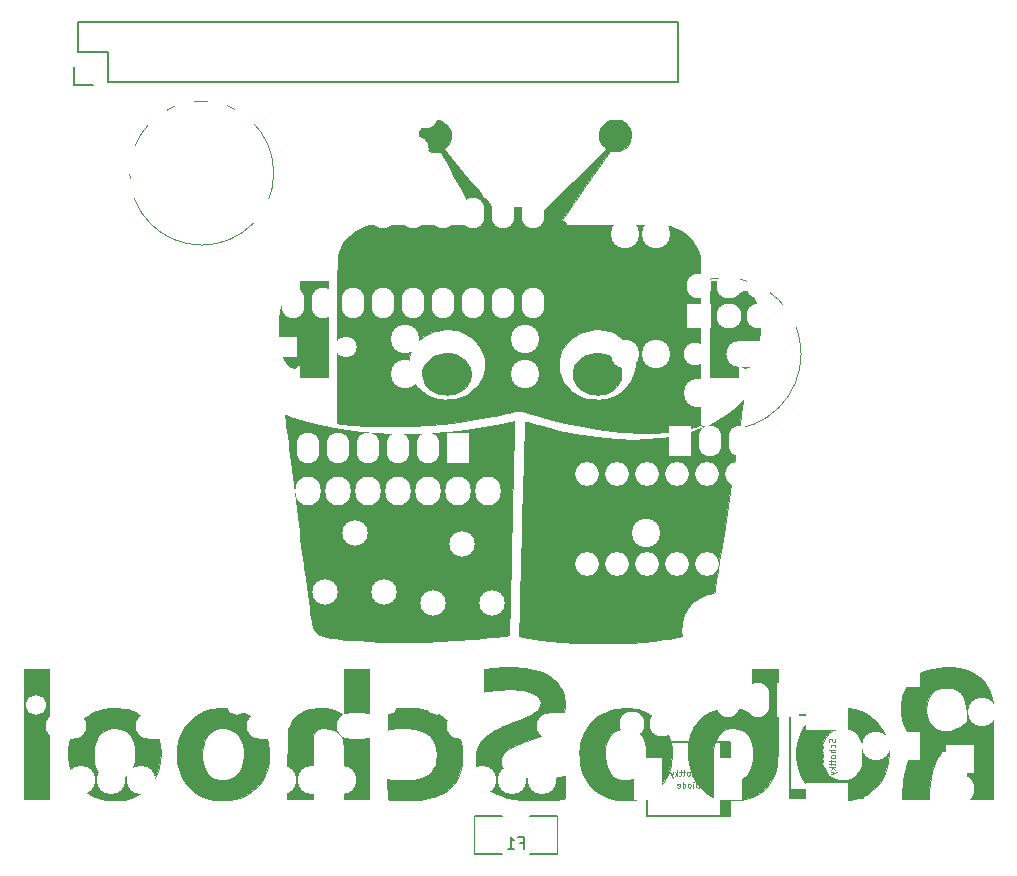
<source format=gbr>
%TF.GenerationSoftware,KiCad,Pcbnew,4.0.5*%
%TF.CreationDate,2017-05-22T14:14:15+02:00*%
%TF.ProjectId,Echtzeitsystem,456368747A65697473797374656D2E6B,1.1*%
%TF.FileFunction,Legend,Bot*%
%FSLAX46Y46*%
G04 Gerber Fmt 4.6, Leading zero omitted, Abs format (unit mm)*
G04 Created by KiCad (PCBNEW 4.0.5) date Mon May 22 14:14:15 2017*
%MOMM*%
%LPD*%
G01*
G04 APERTURE LIST*
%ADD10C,0.100000*%
%ADD11C,0.120000*%
%ADD12C,0.010000*%
%ADD13C,0.177800*%
%ADD14C,0.150000*%
%ADD15C,0.119380*%
%ADD16C,2.398980*%
%ADD17R,2.432000X2.432000*%
%ADD18C,1.900000*%
%ADD19O,5.700000X2.200000*%
%ADD20O,1.901140X2.599640*%
%ADD21C,2.900000*%
%ADD22R,2.127200X2.127200*%
%ADD23O,2.127200X2.127200*%
%ADD24R,2.398980X3.597860*%
%ADD25R,2.099260X2.099260*%
%ADD26C,6.400000*%
%ADD27C,4.900000*%
%ADD28O,2.432000X2.432000*%
%ADD29C,2.150060*%
%ADD30O,1.900000X2.900000*%
%ADD31R,1.900000X2.900000*%
%ADD32C,2.400000*%
%ADD33R,2.400000X2.400000*%
%ADD34O,2.432000X2.127200*%
%ADD35R,2.432000X2.127200*%
%ADD36C,1.700000*%
%ADD37R,1.700000X1.700000*%
%ADD38O,3.448000X2.127200*%
%ADD39O,2.400000X2.400000*%
%ADD40O,2.000000X2.000000*%
%ADD41R,2.127200X2.432000*%
%ADD42O,2.127200X2.432000*%
%ADD43C,1.800000*%
%ADD44R,1.800000X1.800000*%
%ADD45R,1.924000X2.597100*%
%ADD46O,1.924000X2.597100*%
%ADD47R,2.200860X3.100020*%
%ADD48R,1.924000X2.599640*%
%ADD49O,1.924000X2.599640*%
%ADD50R,2.100000X2.100000*%
%ADD51O,2.100000X2.100000*%
%ADD52C,1.400000*%
%ADD53O,1.950000X1.400000*%
%ADD54R,3.597860X2.398980*%
G04 APERTURE END LIST*
D10*
D11*
X188450000Y-88400000D02*
G75*
G03X188450000Y-88400000I-6450000J0D01*
G01*
D12*
G36*
X191492561Y-118419783D02*
X191166208Y-118453492D01*
X190893393Y-118504881D01*
X190856834Y-118514588D01*
X190296767Y-118710373D01*
X189792163Y-118969078D01*
X189344389Y-119289609D01*
X188954811Y-119670872D01*
X188624795Y-120111773D01*
X188428045Y-120459111D01*
X188238491Y-120923083D01*
X188107406Y-121432095D01*
X188036276Y-121968565D01*
X188026586Y-122514912D01*
X188079820Y-123053556D01*
X188172707Y-123481642D01*
X188361526Y-124013402D01*
X188617208Y-124496729D01*
X188934800Y-124928037D01*
X189309354Y-125303741D01*
X189735916Y-125620254D01*
X190209536Y-125873993D01*
X190725264Y-126061370D01*
X191278147Y-126178800D01*
X191863236Y-126222697D01*
X191957500Y-126222678D01*
X192166593Y-126219264D01*
X192353226Y-126213899D01*
X192496174Y-126207337D01*
X192571334Y-126200820D01*
X193027970Y-126102381D01*
X193483620Y-125955072D01*
X193905568Y-125770321D01*
X194086710Y-125671588D01*
X194269654Y-125544417D01*
X194482443Y-125365626D01*
X194707062Y-125153438D01*
X194925495Y-124926075D01*
X195119727Y-124701760D01*
X195271743Y-124498713D01*
X195316772Y-124427399D01*
X195559841Y-123933644D01*
X195732699Y-123407167D01*
X195835595Y-122859274D01*
X195868069Y-122313166D01*
X193686266Y-122313166D01*
X193684894Y-122569722D01*
X193679167Y-122762656D01*
X193666664Y-122912994D01*
X193644968Y-123041757D01*
X193611658Y-123169970D01*
X193573900Y-123289687D01*
X193412789Y-123669044D01*
X193202410Y-123980504D01*
X192944693Y-124222691D01*
X192641566Y-124394229D01*
X192294959Y-124493743D01*
X191906801Y-124519857D01*
X191851667Y-124517702D01*
X191619494Y-124491789D01*
X191393597Y-124442804D01*
X191290892Y-124409767D01*
X190993107Y-124252961D01*
X190733281Y-124024246D01*
X190516082Y-123729564D01*
X190346179Y-123374855D01*
X190258480Y-123096333D01*
X190216865Y-122863239D01*
X190193029Y-122576909D01*
X190186951Y-122266229D01*
X190198612Y-121960086D01*
X190227992Y-121687366D01*
X190259561Y-121530000D01*
X190391901Y-121142247D01*
X190570671Y-120807606D01*
X190790201Y-120534188D01*
X191044822Y-120330106D01*
X191132573Y-120280876D01*
X191471214Y-120154982D01*
X191833394Y-120101682D01*
X192201843Y-120119391D01*
X192559290Y-120206521D01*
X192888467Y-120361484D01*
X193025302Y-120454851D01*
X193197743Y-120626220D01*
X193360588Y-120863313D01*
X193502096Y-121147211D01*
X193574318Y-121339500D01*
X193618809Y-121481865D01*
X193649754Y-121607895D01*
X193669560Y-121738541D01*
X193680637Y-121894751D01*
X193685393Y-122097474D01*
X193686266Y-122313166D01*
X195868069Y-122313166D01*
X195868777Y-122301270D01*
X195832495Y-121744461D01*
X195726999Y-121200153D01*
X195552538Y-120679652D01*
X195309361Y-120194262D01*
X195220303Y-120053050D01*
X194882399Y-119619870D01*
X194485823Y-119245631D01*
X194035914Y-118933855D01*
X193538013Y-118688069D01*
X192997459Y-118511796D01*
X192825758Y-118472580D01*
X192539052Y-118430152D01*
X192204363Y-118407571D01*
X191847073Y-118404295D01*
X191492561Y-118419783D01*
X191492561Y-118419783D01*
G37*
X191492561Y-118419783D02*
X191166208Y-118453492D01*
X190893393Y-118504881D01*
X190856834Y-118514588D01*
X190296767Y-118710373D01*
X189792163Y-118969078D01*
X189344389Y-119289609D01*
X188954811Y-119670872D01*
X188624795Y-120111773D01*
X188428045Y-120459111D01*
X188238491Y-120923083D01*
X188107406Y-121432095D01*
X188036276Y-121968565D01*
X188026586Y-122514912D01*
X188079820Y-123053556D01*
X188172707Y-123481642D01*
X188361526Y-124013402D01*
X188617208Y-124496729D01*
X188934800Y-124928037D01*
X189309354Y-125303741D01*
X189735916Y-125620254D01*
X190209536Y-125873993D01*
X190725264Y-126061370D01*
X191278147Y-126178800D01*
X191863236Y-126222697D01*
X191957500Y-126222678D01*
X192166593Y-126219264D01*
X192353226Y-126213899D01*
X192496174Y-126207337D01*
X192571334Y-126200820D01*
X193027970Y-126102381D01*
X193483620Y-125955072D01*
X193905568Y-125770321D01*
X194086710Y-125671588D01*
X194269654Y-125544417D01*
X194482443Y-125365626D01*
X194707062Y-125153438D01*
X194925495Y-124926075D01*
X195119727Y-124701760D01*
X195271743Y-124498713D01*
X195316772Y-124427399D01*
X195559841Y-123933644D01*
X195732699Y-123407167D01*
X195835595Y-122859274D01*
X195868069Y-122313166D01*
X193686266Y-122313166D01*
X193684894Y-122569722D01*
X193679167Y-122762656D01*
X193666664Y-122912994D01*
X193644968Y-123041757D01*
X193611658Y-123169970D01*
X193573900Y-123289687D01*
X193412789Y-123669044D01*
X193202410Y-123980504D01*
X192944693Y-124222691D01*
X192641566Y-124394229D01*
X192294959Y-124493743D01*
X191906801Y-124519857D01*
X191851667Y-124517702D01*
X191619494Y-124491789D01*
X191393597Y-124442804D01*
X191290892Y-124409767D01*
X190993107Y-124252961D01*
X190733281Y-124024246D01*
X190516082Y-123729564D01*
X190346179Y-123374855D01*
X190258480Y-123096333D01*
X190216865Y-122863239D01*
X190193029Y-122576909D01*
X190186951Y-122266229D01*
X190198612Y-121960086D01*
X190227992Y-121687366D01*
X190259561Y-121530000D01*
X190391901Y-121142247D01*
X190570671Y-120807606D01*
X190790201Y-120534188D01*
X191044822Y-120330106D01*
X191132573Y-120280876D01*
X191471214Y-120154982D01*
X191833394Y-120101682D01*
X192201843Y-120119391D01*
X192559290Y-120206521D01*
X192888467Y-120361484D01*
X193025302Y-120454851D01*
X193197743Y-120626220D01*
X193360588Y-120863313D01*
X193502096Y-121147211D01*
X193574318Y-121339500D01*
X193618809Y-121481865D01*
X193649754Y-121607895D01*
X193669560Y-121738541D01*
X193680637Y-121894751D01*
X193685393Y-122097474D01*
X193686266Y-122313166D01*
X195868069Y-122313166D01*
X195868777Y-122301270D01*
X195832495Y-121744461D01*
X195726999Y-121200153D01*
X195552538Y-120679652D01*
X195309361Y-120194262D01*
X195220303Y-120053050D01*
X194882399Y-119619870D01*
X194485823Y-119245631D01*
X194035914Y-118933855D01*
X193538013Y-118688069D01*
X192997459Y-118511796D01*
X192825758Y-118472580D01*
X192539052Y-118430152D01*
X192204363Y-118407571D01*
X191847073Y-118404295D01*
X191492561Y-118419783D01*
G36*
X184316334Y-119031033D02*
X184094084Y-118862799D01*
X183756127Y-118659327D01*
X183356583Y-118513917D01*
X182895496Y-118426582D01*
X182372914Y-118397333D01*
X182370997Y-118397333D01*
X181792933Y-118432835D01*
X181258511Y-118538487D01*
X180769943Y-118713013D01*
X180329445Y-118955133D01*
X179939230Y-119263569D01*
X179601511Y-119637044D01*
X179318504Y-120074277D01*
X179255021Y-120196500D01*
X179116848Y-120499898D01*
X179014773Y-120788177D01*
X178943454Y-121084729D01*
X178897547Y-121412947D01*
X178871707Y-121796224D01*
X178868199Y-121889833D01*
X178880112Y-122535702D01*
X178958341Y-123141996D01*
X179100434Y-123705147D01*
X179303934Y-124221586D01*
X179566387Y-124687746D01*
X179885338Y-125100058D01*
X180258331Y-125454955D01*
X180682913Y-125748867D01*
X181156628Y-125978228D01*
X181677020Y-126139468D01*
X181811808Y-126168264D01*
X182061149Y-126201906D01*
X182365147Y-126219813D01*
X182695289Y-126222105D01*
X183023065Y-126208903D01*
X183319961Y-126180327D01*
X183441927Y-126161402D01*
X184009863Y-126021554D01*
X184522854Y-125817673D01*
X184979835Y-125550719D01*
X185379741Y-125221653D01*
X185721506Y-124831436D01*
X186004065Y-124381029D01*
X186226352Y-123871393D01*
X186323692Y-123562000D01*
X186349026Y-123464052D01*
X186371402Y-123361476D01*
X186391002Y-123248668D01*
X186408005Y-123120021D01*
X186422593Y-122969932D01*
X186434946Y-122792796D01*
X186445244Y-122583007D01*
X186453667Y-122334960D01*
X186453888Y-122325335D01*
X184401000Y-122325335D01*
X184373189Y-122822880D01*
X184290223Y-123259957D01*
X184152802Y-123635342D01*
X183961628Y-123947812D01*
X183717402Y-124196144D01*
X183420823Y-124379114D01*
X183171941Y-124470629D01*
X182863762Y-124520723D01*
X182531577Y-124513128D01*
X182210533Y-124450445D01*
X182035788Y-124386540D01*
X181782004Y-124234307D01*
X181545157Y-124022018D01*
X181349255Y-123773989D01*
X181247643Y-123588302D01*
X181127287Y-123234865D01*
X181050701Y-122832652D01*
X181018060Y-122404315D01*
X181029542Y-121972506D01*
X181085324Y-121559879D01*
X181185583Y-121189086D01*
X181228070Y-121080672D01*
X181402666Y-120764099D01*
X181628461Y-120500673D01*
X181793791Y-120367425D01*
X182092214Y-120211067D01*
X182420052Y-120122232D01*
X182761083Y-120099804D01*
X183099088Y-120142668D01*
X183417844Y-120249707D01*
X183701133Y-120419807D01*
X183801121Y-120505480D01*
X184026424Y-120770738D01*
X184197656Y-121089373D01*
X184316168Y-121465482D01*
X184383311Y-121903159D01*
X184401000Y-122325335D01*
X186453888Y-122325335D01*
X186460397Y-122043052D01*
X186465614Y-121701677D01*
X186469498Y-121305231D01*
X186472230Y-120848107D01*
X186473991Y-120324703D01*
X186474960Y-119729412D01*
X186475318Y-119056630D01*
X186475334Y-118853527D01*
X186475334Y-115095333D01*
X184316334Y-115095333D01*
X184316334Y-119031033D01*
X184316334Y-119031033D01*
G37*
X184316334Y-119031033D02*
X184094084Y-118862799D01*
X183756127Y-118659327D01*
X183356583Y-118513917D01*
X182895496Y-118426582D01*
X182372914Y-118397333D01*
X182370997Y-118397333D01*
X181792933Y-118432835D01*
X181258511Y-118538487D01*
X180769943Y-118713013D01*
X180329445Y-118955133D01*
X179939230Y-119263569D01*
X179601511Y-119637044D01*
X179318504Y-120074277D01*
X179255021Y-120196500D01*
X179116848Y-120499898D01*
X179014773Y-120788177D01*
X178943454Y-121084729D01*
X178897547Y-121412947D01*
X178871707Y-121796224D01*
X178868199Y-121889833D01*
X178880112Y-122535702D01*
X178958341Y-123141996D01*
X179100434Y-123705147D01*
X179303934Y-124221586D01*
X179566387Y-124687746D01*
X179885338Y-125100058D01*
X180258331Y-125454955D01*
X180682913Y-125748867D01*
X181156628Y-125978228D01*
X181677020Y-126139468D01*
X181811808Y-126168264D01*
X182061149Y-126201906D01*
X182365147Y-126219813D01*
X182695289Y-126222105D01*
X183023065Y-126208903D01*
X183319961Y-126180327D01*
X183441927Y-126161402D01*
X184009863Y-126021554D01*
X184522854Y-125817673D01*
X184979835Y-125550719D01*
X185379741Y-125221653D01*
X185721506Y-124831436D01*
X186004065Y-124381029D01*
X186226352Y-123871393D01*
X186323692Y-123562000D01*
X186349026Y-123464052D01*
X186371402Y-123361476D01*
X186391002Y-123248668D01*
X186408005Y-123120021D01*
X186422593Y-122969932D01*
X186434946Y-122792796D01*
X186445244Y-122583007D01*
X186453667Y-122334960D01*
X186453888Y-122325335D01*
X184401000Y-122325335D01*
X184373189Y-122822880D01*
X184290223Y-123259957D01*
X184152802Y-123635342D01*
X183961628Y-123947812D01*
X183717402Y-124196144D01*
X183420823Y-124379114D01*
X183171941Y-124470629D01*
X182863762Y-124520723D01*
X182531577Y-124513128D01*
X182210533Y-124450445D01*
X182035788Y-124386540D01*
X181782004Y-124234307D01*
X181545157Y-124022018D01*
X181349255Y-123773989D01*
X181247643Y-123588302D01*
X181127287Y-123234865D01*
X181050701Y-122832652D01*
X181018060Y-122404315D01*
X181029542Y-121972506D01*
X181085324Y-121559879D01*
X181185583Y-121189086D01*
X181228070Y-121080672D01*
X181402666Y-120764099D01*
X181628461Y-120500673D01*
X181793791Y-120367425D01*
X182092214Y-120211067D01*
X182420052Y-120122232D01*
X182761083Y-120099804D01*
X183099088Y-120142668D01*
X183417844Y-120249707D01*
X183701133Y-120419807D01*
X183801121Y-120505480D01*
X184026424Y-120770738D01*
X184197656Y-121089373D01*
X184316168Y-121465482D01*
X184383311Y-121903159D01*
X184401000Y-122325335D01*
X186453888Y-122325335D01*
X186460397Y-122043052D01*
X186465614Y-121701677D01*
X186469498Y-121305231D01*
X186472230Y-120848107D01*
X186473991Y-120324703D01*
X186474960Y-119729412D01*
X186475318Y-119056630D01*
X186475334Y-118853527D01*
X186475334Y-115095333D01*
X184316334Y-115095333D01*
X184316334Y-119031033D01*
G36*
X173394334Y-118408897D02*
X172987960Y-118435819D01*
X172637106Y-118487601D01*
X172314596Y-118570925D01*
X171993259Y-118692472D01*
X171722167Y-118820011D01*
X171250751Y-119096490D01*
X170845199Y-119421201D01*
X170498006Y-119801749D01*
X170201662Y-120245738D01*
X170070737Y-120492833D01*
X169889162Y-120929143D01*
X169765799Y-121387276D01*
X169695571Y-121888027D01*
X169682262Y-122083850D01*
X169689112Y-122685992D01*
X169770541Y-123256935D01*
X169923359Y-123792137D01*
X170144375Y-124287052D01*
X170430399Y-124737136D01*
X170778241Y-125137847D01*
X171184710Y-125484639D01*
X171646615Y-125772969D01*
X172160767Y-125998293D01*
X172505355Y-126104616D01*
X172764984Y-126155959D01*
X173081089Y-126192599D01*
X173426612Y-126213614D01*
X173774492Y-126218086D01*
X174097671Y-126205095D01*
X174369087Y-126173720D01*
X174395874Y-126168870D01*
X174958017Y-126022131D01*
X175475952Y-125805792D01*
X175945407Y-125523963D01*
X176362110Y-125180754D01*
X176721789Y-124780276D01*
X177020170Y-124326639D01*
X177252983Y-123823953D01*
X177415954Y-123276327D01*
X177419569Y-123259936D01*
X177472713Y-122928230D01*
X177501723Y-122550071D01*
X177504489Y-122313166D01*
X175341667Y-122313166D01*
X175321073Y-122774041D01*
X175257395Y-123169739D01*
X175147789Y-123509576D01*
X174989411Y-123802869D01*
X174822511Y-124013699D01*
X174548920Y-124250234D01*
X174233323Y-124416565D01*
X173884793Y-124510006D01*
X173512408Y-124527874D01*
X173216501Y-124488731D01*
X172959425Y-124409120D01*
X172703663Y-124285039D01*
X172479414Y-124133165D01*
X172348689Y-124009470D01*
X172149939Y-123721742D01*
X171998609Y-123378871D01*
X171894855Y-122995961D01*
X171838831Y-122588115D01*
X171830692Y-122170436D01*
X171870593Y-121758026D01*
X171958688Y-121365989D01*
X172095134Y-121009427D01*
X172280084Y-120703444D01*
X172314334Y-120660012D01*
X172557061Y-120427556D01*
X172845602Y-120255955D01*
X173166042Y-120146059D01*
X173504462Y-120098718D01*
X173846947Y-120114781D01*
X174179580Y-120195097D01*
X174488445Y-120340517D01*
X174718906Y-120513205D01*
X174946267Y-120764452D01*
X175119512Y-121056677D01*
X175241325Y-121397641D01*
X175314391Y-121795103D01*
X175341394Y-122256822D01*
X175341667Y-122313166D01*
X177504489Y-122313166D01*
X177506318Y-122156625D01*
X177486213Y-121779058D01*
X177441125Y-121448537D01*
X177436246Y-121424166D01*
X177285633Y-120878573D01*
X177067391Y-120381838D01*
X176778163Y-119927709D01*
X176414595Y-119509930D01*
X176402612Y-119498000D01*
X175996849Y-119143895D01*
X175566347Y-118865182D01*
X175097368Y-118653303D01*
X174981466Y-118612742D01*
X174644729Y-118512829D01*
X174326452Y-118446980D01*
X173998546Y-118411587D01*
X173632924Y-118403042D01*
X173394334Y-118408897D01*
X173394334Y-118408897D01*
G37*
X173394334Y-118408897D02*
X172987960Y-118435819D01*
X172637106Y-118487601D01*
X172314596Y-118570925D01*
X171993259Y-118692472D01*
X171722167Y-118820011D01*
X171250751Y-119096490D01*
X170845199Y-119421201D01*
X170498006Y-119801749D01*
X170201662Y-120245738D01*
X170070737Y-120492833D01*
X169889162Y-120929143D01*
X169765799Y-121387276D01*
X169695571Y-121888027D01*
X169682262Y-122083850D01*
X169689112Y-122685992D01*
X169770541Y-123256935D01*
X169923359Y-123792137D01*
X170144375Y-124287052D01*
X170430399Y-124737136D01*
X170778241Y-125137847D01*
X171184710Y-125484639D01*
X171646615Y-125772969D01*
X172160767Y-125998293D01*
X172505355Y-126104616D01*
X172764984Y-126155959D01*
X173081089Y-126192599D01*
X173426612Y-126213614D01*
X173774492Y-126218086D01*
X174097671Y-126205095D01*
X174369087Y-126173720D01*
X174395874Y-126168870D01*
X174958017Y-126022131D01*
X175475952Y-125805792D01*
X175945407Y-125523963D01*
X176362110Y-125180754D01*
X176721789Y-124780276D01*
X177020170Y-124326639D01*
X177252983Y-123823953D01*
X177415954Y-123276327D01*
X177419569Y-123259936D01*
X177472713Y-122928230D01*
X177501723Y-122550071D01*
X177504489Y-122313166D01*
X175341667Y-122313166D01*
X175321073Y-122774041D01*
X175257395Y-123169739D01*
X175147789Y-123509576D01*
X174989411Y-123802869D01*
X174822511Y-124013699D01*
X174548920Y-124250234D01*
X174233323Y-124416565D01*
X173884793Y-124510006D01*
X173512408Y-124527874D01*
X173216501Y-124488731D01*
X172959425Y-124409120D01*
X172703663Y-124285039D01*
X172479414Y-124133165D01*
X172348689Y-124009470D01*
X172149939Y-123721742D01*
X171998609Y-123378871D01*
X171894855Y-122995961D01*
X171838831Y-122588115D01*
X171830692Y-122170436D01*
X171870593Y-121758026D01*
X171958688Y-121365989D01*
X172095134Y-121009427D01*
X172280084Y-120703444D01*
X172314334Y-120660012D01*
X172557061Y-120427556D01*
X172845602Y-120255955D01*
X173166042Y-120146059D01*
X173504462Y-120098718D01*
X173846947Y-120114781D01*
X174179580Y-120195097D01*
X174488445Y-120340517D01*
X174718906Y-120513205D01*
X174946267Y-120764452D01*
X175119512Y-121056677D01*
X175241325Y-121397641D01*
X175314391Y-121795103D01*
X175341394Y-122256822D01*
X175341667Y-122313166D01*
X177504489Y-122313166D01*
X177506318Y-122156625D01*
X177486213Y-121779058D01*
X177441125Y-121448537D01*
X177436246Y-121424166D01*
X177285633Y-120878573D01*
X177067391Y-120381838D01*
X176778163Y-119927709D01*
X176414595Y-119509930D01*
X176402612Y-119498000D01*
X175996849Y-119143895D01*
X175566347Y-118865182D01*
X175097368Y-118653303D01*
X174981466Y-118612742D01*
X174644729Y-118512829D01*
X174326452Y-118446980D01*
X173998546Y-118411587D01*
X173632924Y-118403042D01*
X173394334Y-118408897D01*
G36*
X163105116Y-114948459D02*
X162563780Y-114982849D01*
X162055020Y-115038549D01*
X161911417Y-115059497D01*
X161583334Y-115110513D01*
X161583334Y-116055423D01*
X161585224Y-116394344D01*
X161590796Y-116661562D01*
X161599898Y-116853754D01*
X161612381Y-116967597D01*
X161626123Y-117000333D01*
X161684410Y-116993952D01*
X161805331Y-116976831D01*
X161967980Y-116952007D01*
X162063907Y-116936772D01*
X162538617Y-116875037D01*
X163042795Y-116835704D01*
X163556299Y-116818772D01*
X164058990Y-116824238D01*
X164530726Y-116852100D01*
X164951368Y-116902354D01*
X165142267Y-116937135D01*
X165505707Y-117038358D01*
X165812256Y-117174653D01*
X166058273Y-117340329D01*
X166240116Y-117529696D01*
X166354145Y-117737063D01*
X166396716Y-117956740D01*
X166364190Y-118183035D01*
X166252925Y-118410258D01*
X166160887Y-118529000D01*
X166057709Y-118632474D01*
X165928711Y-118734662D01*
X165765857Y-118839742D01*
X165561116Y-118951890D01*
X165306454Y-119075283D01*
X164993838Y-119214098D01*
X164615235Y-119372510D01*
X164271500Y-119511345D01*
X163856518Y-119678364D01*
X163509503Y-119821436D01*
X163219008Y-119945965D01*
X162973582Y-120057353D01*
X162761779Y-120161003D01*
X162572147Y-120262317D01*
X162393239Y-120366698D01*
X162213606Y-120479549D01*
X162197167Y-120490205D01*
X161787160Y-120794607D01*
X161455403Y-121125550D01*
X161198502Y-121487156D01*
X161013065Y-121883547D01*
X160986448Y-121960632D01*
X160944867Y-122097926D01*
X160916341Y-122225539D01*
X160898560Y-122364711D01*
X160889213Y-122536682D01*
X160885989Y-122762691D01*
X160885914Y-122884666D01*
X160890167Y-123183065D01*
X160902840Y-123416069D01*
X160925587Y-123602679D01*
X160960062Y-123761898D01*
X160963278Y-123773666D01*
X161128051Y-124227251D01*
X161358218Y-124633239D01*
X161654753Y-124992243D01*
X162018632Y-125304876D01*
X162450827Y-125571751D01*
X162952314Y-125793482D01*
X163524066Y-125970683D01*
X164167058Y-126103966D01*
X164794569Y-126185608D01*
X164961666Y-126197229D01*
X165195401Y-126206725D01*
X165477768Y-126213982D01*
X165790762Y-126218891D01*
X166116379Y-126221339D01*
X166436613Y-126221215D01*
X166733459Y-126218408D01*
X166988913Y-126212805D01*
X167184969Y-126204296D01*
X167234834Y-126200726D01*
X167408081Y-126184921D01*
X167614329Y-126163942D01*
X167831958Y-126140244D01*
X168039346Y-126116282D01*
X168214872Y-126094512D01*
X168336916Y-126077389D01*
X168367250Y-126072129D01*
X168483667Y-126049083D01*
X168483667Y-125101875D01*
X168482587Y-124779540D01*
X168479047Y-124533772D01*
X168472594Y-124356492D01*
X168462778Y-124239623D01*
X168449148Y-124175089D01*
X168431251Y-124154811D01*
X168430750Y-124154801D01*
X168366897Y-124161764D01*
X168242594Y-124180204D01*
X168080731Y-124206649D01*
X168018000Y-124217405D01*
X167561688Y-124281498D01*
X167050106Y-124327472D01*
X166510903Y-124354329D01*
X165971727Y-124361069D01*
X165460226Y-124346696D01*
X165118475Y-124322133D01*
X164602773Y-124254517D01*
X164164032Y-124155789D01*
X163799817Y-124024242D01*
X163507692Y-123858168D01*
X163285222Y-123655861D01*
X163129972Y-123415614D01*
X163039507Y-123135721D01*
X163011433Y-122845315D01*
X163028051Y-122631296D01*
X163085553Y-122434736D01*
X163189079Y-122251701D01*
X163343768Y-122078256D01*
X163554761Y-121910467D01*
X163827196Y-121744397D01*
X164166214Y-121576114D01*
X164576954Y-121401681D01*
X165064556Y-121217165D01*
X165202834Y-121167664D01*
X165703426Y-120986109D01*
X166131464Y-120821043D01*
X166496324Y-120667610D01*
X166807384Y-120520958D01*
X167074022Y-120376233D01*
X167305615Y-120228580D01*
X167511542Y-120073147D01*
X167701180Y-119905080D01*
X167767645Y-119840171D01*
X168054705Y-119506642D01*
X168264782Y-119153063D01*
X168401175Y-118770417D01*
X168467182Y-118349688D01*
X168468722Y-117923717D01*
X168402163Y-117438164D01*
X168261233Y-116991769D01*
X168047186Y-116585623D01*
X167761277Y-116220818D01*
X167404759Y-115898444D01*
X166978888Y-115619592D01*
X166484917Y-115385353D01*
X165924102Y-115196819D01*
X165297697Y-115055080D01*
X165139334Y-115028398D01*
X164696138Y-114975348D01*
X164194140Y-114944488D01*
X163656184Y-114935598D01*
X163105116Y-114948459D01*
X163105116Y-114948459D01*
G37*
X163105116Y-114948459D02*
X162563780Y-114982849D01*
X162055020Y-115038549D01*
X161911417Y-115059497D01*
X161583334Y-115110513D01*
X161583334Y-116055423D01*
X161585224Y-116394344D01*
X161590796Y-116661562D01*
X161599898Y-116853754D01*
X161612381Y-116967597D01*
X161626123Y-117000333D01*
X161684410Y-116993952D01*
X161805331Y-116976831D01*
X161967980Y-116952007D01*
X162063907Y-116936772D01*
X162538617Y-116875037D01*
X163042795Y-116835704D01*
X163556299Y-116818772D01*
X164058990Y-116824238D01*
X164530726Y-116852100D01*
X164951368Y-116902354D01*
X165142267Y-116937135D01*
X165505707Y-117038358D01*
X165812256Y-117174653D01*
X166058273Y-117340329D01*
X166240116Y-117529696D01*
X166354145Y-117737063D01*
X166396716Y-117956740D01*
X166364190Y-118183035D01*
X166252925Y-118410258D01*
X166160887Y-118529000D01*
X166057709Y-118632474D01*
X165928711Y-118734662D01*
X165765857Y-118839742D01*
X165561116Y-118951890D01*
X165306454Y-119075283D01*
X164993838Y-119214098D01*
X164615235Y-119372510D01*
X164271500Y-119511345D01*
X163856518Y-119678364D01*
X163509503Y-119821436D01*
X163219008Y-119945965D01*
X162973582Y-120057353D01*
X162761779Y-120161003D01*
X162572147Y-120262317D01*
X162393239Y-120366698D01*
X162213606Y-120479549D01*
X162197167Y-120490205D01*
X161787160Y-120794607D01*
X161455403Y-121125550D01*
X161198502Y-121487156D01*
X161013065Y-121883547D01*
X160986448Y-121960632D01*
X160944867Y-122097926D01*
X160916341Y-122225539D01*
X160898560Y-122364711D01*
X160889213Y-122536682D01*
X160885989Y-122762691D01*
X160885914Y-122884666D01*
X160890167Y-123183065D01*
X160902840Y-123416069D01*
X160925587Y-123602679D01*
X160960062Y-123761898D01*
X160963278Y-123773666D01*
X161128051Y-124227251D01*
X161358218Y-124633239D01*
X161654753Y-124992243D01*
X162018632Y-125304876D01*
X162450827Y-125571751D01*
X162952314Y-125793482D01*
X163524066Y-125970683D01*
X164167058Y-126103966D01*
X164794569Y-126185608D01*
X164961666Y-126197229D01*
X165195401Y-126206725D01*
X165477768Y-126213982D01*
X165790762Y-126218891D01*
X166116379Y-126221339D01*
X166436613Y-126221215D01*
X166733459Y-126218408D01*
X166988913Y-126212805D01*
X167184969Y-126204296D01*
X167234834Y-126200726D01*
X167408081Y-126184921D01*
X167614329Y-126163942D01*
X167831958Y-126140244D01*
X168039346Y-126116282D01*
X168214872Y-126094512D01*
X168336916Y-126077389D01*
X168367250Y-126072129D01*
X168483667Y-126049083D01*
X168483667Y-125101875D01*
X168482587Y-124779540D01*
X168479047Y-124533772D01*
X168472594Y-124356492D01*
X168462778Y-124239623D01*
X168449148Y-124175089D01*
X168431251Y-124154811D01*
X168430750Y-124154801D01*
X168366897Y-124161764D01*
X168242594Y-124180204D01*
X168080731Y-124206649D01*
X168018000Y-124217405D01*
X167561688Y-124281498D01*
X167050106Y-124327472D01*
X166510903Y-124354329D01*
X165971727Y-124361069D01*
X165460226Y-124346696D01*
X165118475Y-124322133D01*
X164602773Y-124254517D01*
X164164032Y-124155789D01*
X163799817Y-124024242D01*
X163507692Y-123858168D01*
X163285222Y-123655861D01*
X163129972Y-123415614D01*
X163039507Y-123135721D01*
X163011433Y-122845315D01*
X163028051Y-122631296D01*
X163085553Y-122434736D01*
X163189079Y-122251701D01*
X163343768Y-122078256D01*
X163554761Y-121910467D01*
X163827196Y-121744397D01*
X164166214Y-121576114D01*
X164576954Y-121401681D01*
X165064556Y-121217165D01*
X165202834Y-121167664D01*
X165703426Y-120986109D01*
X166131464Y-120821043D01*
X166496324Y-120667610D01*
X166807384Y-120520958D01*
X167074022Y-120376233D01*
X167305615Y-120228580D01*
X167511542Y-120073147D01*
X167701180Y-119905080D01*
X167767645Y-119840171D01*
X168054705Y-119506642D01*
X168264782Y-119153063D01*
X168401175Y-118770417D01*
X168467182Y-118349688D01*
X168468722Y-117923717D01*
X168402163Y-117438164D01*
X168261233Y-116991769D01*
X168047186Y-116585623D01*
X167761277Y-116220818D01*
X167404759Y-115898444D01*
X166978888Y-115619592D01*
X166484917Y-115385353D01*
X165924102Y-115196819D01*
X165297697Y-115055080D01*
X165139334Y-115028398D01*
X164696138Y-114975348D01*
X164194140Y-114944488D01*
X163656184Y-114935598D01*
X163105116Y-114948459D01*
G36*
X154746500Y-118413151D02*
X154467287Y-118422685D01*
X154204930Y-118433941D01*
X153975583Y-118446049D01*
X153795397Y-118458137D01*
X153680525Y-118469335D01*
X153667000Y-118471359D01*
X153476500Y-118503166D01*
X153453550Y-120227292D01*
X153549692Y-120203317D01*
X153823185Y-120152895D01*
X154156219Y-120119301D01*
X154525802Y-120102448D01*
X154908942Y-120102247D01*
X155282646Y-120118606D01*
X155623924Y-120151439D01*
X155909783Y-120200655D01*
X155959076Y-120212662D01*
X156391845Y-120358670D01*
X156757356Y-120555295D01*
X157056213Y-120803392D01*
X157289014Y-121103818D01*
X157456361Y-121457430D01*
X157558855Y-121865083D01*
X157597096Y-122327634D01*
X157593958Y-122543057D01*
X157578018Y-122808148D01*
X157552478Y-123012157D01*
X157513707Y-123178459D01*
X157480105Y-123276338D01*
X157320449Y-123592958D01*
X157102974Y-123860954D01*
X156824863Y-124081778D01*
X156483300Y-124256881D01*
X156075468Y-124387716D01*
X155598550Y-124475732D01*
X155064000Y-124521727D01*
X154807299Y-124526924D01*
X154519194Y-124521575D01*
X154222704Y-124507143D01*
X153940847Y-124485094D01*
X153696642Y-124456895D01*
X153513107Y-124424010D01*
X153507359Y-124422619D01*
X153411217Y-124399040D01*
X153434167Y-126123166D01*
X153645834Y-126154296D01*
X153790272Y-126168764D01*
X154002606Y-126181186D01*
X154266085Y-126191368D01*
X154563959Y-126199118D01*
X154879477Y-126204246D01*
X155195889Y-126206560D01*
X155496444Y-126205867D01*
X155764391Y-126201975D01*
X155982981Y-126194693D01*
X156135463Y-126183830D01*
X156143500Y-126182897D01*
X156496586Y-126127431D01*
X156877217Y-126045681D01*
X157252714Y-125945856D01*
X157590395Y-125836167D01*
X157716626Y-125787690D01*
X158196319Y-125550046D01*
X158618575Y-125253545D01*
X158979737Y-124902493D01*
X159276148Y-124501193D01*
X159504150Y-124053952D01*
X159660086Y-123565073D01*
X159679330Y-123477333D01*
X159728141Y-123152454D01*
X159755701Y-122776332D01*
X159761672Y-122379763D01*
X159745718Y-121993546D01*
X159707502Y-121648479D01*
X159699827Y-121602160D01*
X159563141Y-121044007D01*
X159357038Y-120533599D01*
X159083296Y-120072860D01*
X158743692Y-119663713D01*
X158340005Y-119308079D01*
X157874011Y-119007882D01*
X157347490Y-118765044D01*
X156954825Y-118633379D01*
X156607863Y-118543005D01*
X156266490Y-118476996D01*
X155911747Y-118433462D01*
X155524677Y-118410510D01*
X155086321Y-118406252D01*
X154746500Y-118413151D01*
X154746500Y-118413151D01*
G37*
X154746500Y-118413151D02*
X154467287Y-118422685D01*
X154204930Y-118433941D01*
X153975583Y-118446049D01*
X153795397Y-118458137D01*
X153680525Y-118469335D01*
X153667000Y-118471359D01*
X153476500Y-118503166D01*
X153453550Y-120227292D01*
X153549692Y-120203317D01*
X153823185Y-120152895D01*
X154156219Y-120119301D01*
X154525802Y-120102448D01*
X154908942Y-120102247D01*
X155282646Y-120118606D01*
X155623924Y-120151439D01*
X155909783Y-120200655D01*
X155959076Y-120212662D01*
X156391845Y-120358670D01*
X156757356Y-120555295D01*
X157056213Y-120803392D01*
X157289014Y-121103818D01*
X157456361Y-121457430D01*
X157558855Y-121865083D01*
X157597096Y-122327634D01*
X157593958Y-122543057D01*
X157578018Y-122808148D01*
X157552478Y-123012157D01*
X157513707Y-123178459D01*
X157480105Y-123276338D01*
X157320449Y-123592958D01*
X157102974Y-123860954D01*
X156824863Y-124081778D01*
X156483300Y-124256881D01*
X156075468Y-124387716D01*
X155598550Y-124475732D01*
X155064000Y-124521727D01*
X154807299Y-124526924D01*
X154519194Y-124521575D01*
X154222704Y-124507143D01*
X153940847Y-124485094D01*
X153696642Y-124456895D01*
X153513107Y-124424010D01*
X153507359Y-124422619D01*
X153411217Y-124399040D01*
X153434167Y-126123166D01*
X153645834Y-126154296D01*
X153790272Y-126168764D01*
X154002606Y-126181186D01*
X154266085Y-126191368D01*
X154563959Y-126199118D01*
X154879477Y-126204246D01*
X155195889Y-126206560D01*
X155496444Y-126205867D01*
X155764391Y-126201975D01*
X155982981Y-126194693D01*
X156135463Y-126183830D01*
X156143500Y-126182897D01*
X156496586Y-126127431D01*
X156877217Y-126045681D01*
X157252714Y-125945856D01*
X157590395Y-125836167D01*
X157716626Y-125787690D01*
X158196319Y-125550046D01*
X158618575Y-125253545D01*
X158979737Y-124902493D01*
X159276148Y-124501193D01*
X159504150Y-124053952D01*
X159660086Y-123565073D01*
X159679330Y-123477333D01*
X159728141Y-123152454D01*
X159755701Y-122776332D01*
X159761672Y-122379763D01*
X159745718Y-121993546D01*
X159707502Y-121648479D01*
X159699827Y-121602160D01*
X159563141Y-121044007D01*
X159357038Y-120533599D01*
X159083296Y-120072860D01*
X158743692Y-119663713D01*
X158340005Y-119308079D01*
X157874011Y-119007882D01*
X157347490Y-118765044D01*
X156954825Y-118633379D01*
X156607863Y-118543005D01*
X156266490Y-118476996D01*
X155911747Y-118433462D01*
X155524677Y-118410510D01*
X155086321Y-118406252D01*
X154746500Y-118413151D01*
G36*
X139038483Y-118421021D02*
X138710404Y-118455366D01*
X138436174Y-118507453D01*
X138405834Y-118515495D01*
X137897815Y-118684929D01*
X137450930Y-118898619D01*
X137049567Y-119165063D01*
X136764453Y-119408936D01*
X136388616Y-119816231D01*
X136085373Y-120261968D01*
X135852888Y-120750017D01*
X135689325Y-121284245D01*
X135592849Y-121868522D01*
X135591574Y-121880921D01*
X135569252Y-122478673D01*
X135623529Y-123049161D01*
X135750176Y-123587697D01*
X135944966Y-124089592D01*
X136203670Y-124550155D01*
X136522060Y-124964697D01*
X136895906Y-125328530D01*
X137320982Y-125636962D01*
X137793057Y-125885307D01*
X138307905Y-126068872D01*
X138861295Y-126182971D01*
X139449002Y-126222912D01*
X139506500Y-126222678D01*
X139715593Y-126219264D01*
X139902226Y-126213899D01*
X140045174Y-126207337D01*
X140120334Y-126200820D01*
X140539093Y-126112374D01*
X140958180Y-125982572D01*
X141347667Y-125821880D01*
X141621409Y-125675955D01*
X142059392Y-125362523D01*
X142441189Y-124991255D01*
X142764264Y-124569810D01*
X143026085Y-124105848D01*
X143224118Y-123607030D01*
X143355830Y-123081015D01*
X143418686Y-122535462D01*
X143417275Y-122443240D01*
X141254160Y-122443240D01*
X141250333Y-122524833D01*
X141193972Y-122990908D01*
X141081820Y-123400439D01*
X140916421Y-123750683D01*
X140700323Y-124038895D01*
X140436073Y-124262332D01*
X140126218Y-124418249D01*
X139773304Y-124503902D01*
X139400667Y-124517702D01*
X139172301Y-124492395D01*
X138949319Y-124444726D01*
X138841798Y-124410481D01*
X138608876Y-124290336D01*
X138377435Y-124115410D01*
X138177119Y-123910764D01*
X138066277Y-123754799D01*
X137907968Y-123410952D01*
X137799736Y-123017173D01*
X137741852Y-122592000D01*
X137734593Y-122153973D01*
X137778229Y-121721628D01*
X137873036Y-121313504D01*
X138019286Y-120948140D01*
X138024711Y-120937571D01*
X138136798Y-120768565D01*
X138295540Y-120588202D01*
X138474223Y-120423189D01*
X138646131Y-120300232D01*
X138681573Y-120280876D01*
X138955833Y-120176571D01*
X139269422Y-120113366D01*
X139584246Y-120098093D01*
X139670268Y-120103599D01*
X140038924Y-120176260D01*
X140363571Y-120319003D01*
X140641831Y-120528185D01*
X140871328Y-120800166D01*
X141049687Y-121131304D01*
X141174529Y-121517956D01*
X141243479Y-121956482D01*
X141254160Y-122443240D01*
X143417275Y-122443240D01*
X143410153Y-121978032D01*
X143327697Y-121416384D01*
X143192482Y-120926221D01*
X142974004Y-120408397D01*
X142688780Y-119940221D01*
X142341335Y-119525631D01*
X141936190Y-119168566D01*
X141477869Y-118872967D01*
X140970894Y-118642771D01*
X140419790Y-118481917D01*
X140374758Y-118472334D01*
X140088551Y-118430073D01*
X139753285Y-118407810D01*
X139394686Y-118404981D01*
X139038483Y-118421021D01*
X139038483Y-118421021D01*
G37*
X139038483Y-118421021D02*
X138710404Y-118455366D01*
X138436174Y-118507453D01*
X138405834Y-118515495D01*
X137897815Y-118684929D01*
X137450930Y-118898619D01*
X137049567Y-119165063D01*
X136764453Y-119408936D01*
X136388616Y-119816231D01*
X136085373Y-120261968D01*
X135852888Y-120750017D01*
X135689325Y-121284245D01*
X135592849Y-121868522D01*
X135591574Y-121880921D01*
X135569252Y-122478673D01*
X135623529Y-123049161D01*
X135750176Y-123587697D01*
X135944966Y-124089592D01*
X136203670Y-124550155D01*
X136522060Y-124964697D01*
X136895906Y-125328530D01*
X137320982Y-125636962D01*
X137793057Y-125885307D01*
X138307905Y-126068872D01*
X138861295Y-126182971D01*
X139449002Y-126222912D01*
X139506500Y-126222678D01*
X139715593Y-126219264D01*
X139902226Y-126213899D01*
X140045174Y-126207337D01*
X140120334Y-126200820D01*
X140539093Y-126112374D01*
X140958180Y-125982572D01*
X141347667Y-125821880D01*
X141621409Y-125675955D01*
X142059392Y-125362523D01*
X142441189Y-124991255D01*
X142764264Y-124569810D01*
X143026085Y-124105848D01*
X143224118Y-123607030D01*
X143355830Y-123081015D01*
X143418686Y-122535462D01*
X143417275Y-122443240D01*
X141254160Y-122443240D01*
X141250333Y-122524833D01*
X141193972Y-122990908D01*
X141081820Y-123400439D01*
X140916421Y-123750683D01*
X140700323Y-124038895D01*
X140436073Y-124262332D01*
X140126218Y-124418249D01*
X139773304Y-124503902D01*
X139400667Y-124517702D01*
X139172301Y-124492395D01*
X138949319Y-124444726D01*
X138841798Y-124410481D01*
X138608876Y-124290336D01*
X138377435Y-124115410D01*
X138177119Y-123910764D01*
X138066277Y-123754799D01*
X137907968Y-123410952D01*
X137799736Y-123017173D01*
X137741852Y-122592000D01*
X137734593Y-122153973D01*
X137778229Y-121721628D01*
X137873036Y-121313504D01*
X138019286Y-120948140D01*
X138024711Y-120937571D01*
X138136798Y-120768565D01*
X138295540Y-120588202D01*
X138474223Y-120423189D01*
X138646131Y-120300232D01*
X138681573Y-120280876D01*
X138955833Y-120176571D01*
X139269422Y-120113366D01*
X139584246Y-120098093D01*
X139670268Y-120103599D01*
X140038924Y-120176260D01*
X140363571Y-120319003D01*
X140641831Y-120528185D01*
X140871328Y-120800166D01*
X141049687Y-121131304D01*
X141174529Y-121517956D01*
X141243479Y-121956482D01*
X141254160Y-122443240D01*
X143417275Y-122443240D01*
X143410153Y-121978032D01*
X143327697Y-121416384D01*
X143192482Y-120926221D01*
X142974004Y-120408397D01*
X142688780Y-119940221D01*
X142341335Y-119525631D01*
X141936190Y-119168566D01*
X141477869Y-118872967D01*
X140970894Y-118642771D01*
X140419790Y-118481917D01*
X140374758Y-118472334D01*
X140088551Y-118430073D01*
X139753285Y-118407810D01*
X139394686Y-118404981D01*
X139038483Y-118421021D01*
G36*
X130015515Y-118424459D02*
X129799151Y-118428242D01*
X129632369Y-118436481D01*
X129497630Y-118450897D01*
X129377395Y-118473210D01*
X129254123Y-118505141D01*
X129150134Y-118536128D01*
X128731761Y-118679713D01*
X128374687Y-118839232D01*
X128055585Y-119027905D01*
X127751131Y-119258955D01*
X127536754Y-119450610D01*
X127178009Y-119846248D01*
X126882903Y-120294669D01*
X126654264Y-120789742D01*
X126494920Y-121325338D01*
X126407700Y-121895329D01*
X126407469Y-121898027D01*
X126393204Y-122506689D01*
X126453874Y-123084714D01*
X126585540Y-123627749D01*
X126784261Y-124131440D01*
X127046100Y-124591433D01*
X127367116Y-125003374D01*
X127743369Y-125362912D01*
X128170922Y-125665690D01*
X128645834Y-125907358D01*
X129164166Y-126083559D01*
X129721978Y-126189942D01*
X130315332Y-126222153D01*
X130320167Y-126222100D01*
X130531988Y-126218351D01*
X130724017Y-126212534D01*
X130873972Y-126205472D01*
X130955167Y-126198646D01*
X131192642Y-126153083D01*
X131469680Y-126080777D01*
X131749943Y-125992499D01*
X131997093Y-125899024D01*
X132060973Y-125870828D01*
X132552965Y-125599245D01*
X132987040Y-125268131D01*
X133360585Y-124882059D01*
X133670990Y-124445606D01*
X133915642Y-123963348D01*
X134091930Y-123439859D01*
X134197241Y-122879715D01*
X134228964Y-122287491D01*
X134223839Y-122119808D01*
X132073322Y-122119808D01*
X132069871Y-122541230D01*
X132017098Y-122954832D01*
X131915166Y-123345408D01*
X131764236Y-123697753D01*
X131564470Y-123996661D01*
X131554989Y-124007848D01*
X131371461Y-124175549D01*
X131132599Y-124325977D01*
X130867738Y-124442075D01*
X130743500Y-124479705D01*
X130498353Y-124515600D01*
X130214034Y-124515557D01*
X129926894Y-124481908D01*
X129673286Y-124416985D01*
X129653559Y-124409767D01*
X129412315Y-124284236D01*
X129175881Y-124100406D01*
X128970850Y-123881796D01*
X128846362Y-123695937D01*
X128706910Y-123365881D01*
X128612388Y-122983975D01*
X128562795Y-122570134D01*
X128558132Y-122144269D01*
X128598399Y-121726294D01*
X128683595Y-121336121D01*
X128813720Y-120993665D01*
X128846362Y-120930395D01*
X128941384Y-120787222D01*
X129071664Y-120629488D01*
X129186095Y-120513205D01*
X129464312Y-120312555D01*
X129777963Y-120177720D01*
X130113132Y-120107851D01*
X130455903Y-120102098D01*
X130792359Y-120159612D01*
X131108584Y-120279544D01*
X131390660Y-120461042D01*
X131590667Y-120660012D01*
X131786124Y-120960666D01*
X131931611Y-121314320D01*
X132027289Y-121705769D01*
X132073322Y-122119808D01*
X134223839Y-122119808D01*
X134222739Y-122083850D01*
X134170496Y-121562545D01*
X134066955Y-121091384D01*
X133907040Y-120649575D01*
X133834264Y-120492833D01*
X133560440Y-120014419D01*
X133239505Y-119603233D01*
X132863950Y-119251669D01*
X132426268Y-118952124D01*
X132182834Y-118820011D01*
X131908244Y-118688210D01*
X131664617Y-118588441D01*
X131432080Y-118516519D01*
X131190760Y-118468260D01*
X130920784Y-118439481D01*
X130602278Y-118425997D01*
X130299000Y-118423411D01*
X130015515Y-118424459D01*
X130015515Y-118424459D01*
G37*
X130015515Y-118424459D02*
X129799151Y-118428242D01*
X129632369Y-118436481D01*
X129497630Y-118450897D01*
X129377395Y-118473210D01*
X129254123Y-118505141D01*
X129150134Y-118536128D01*
X128731761Y-118679713D01*
X128374687Y-118839232D01*
X128055585Y-119027905D01*
X127751131Y-119258955D01*
X127536754Y-119450610D01*
X127178009Y-119846248D01*
X126882903Y-120294669D01*
X126654264Y-120789742D01*
X126494920Y-121325338D01*
X126407700Y-121895329D01*
X126407469Y-121898027D01*
X126393204Y-122506689D01*
X126453874Y-123084714D01*
X126585540Y-123627749D01*
X126784261Y-124131440D01*
X127046100Y-124591433D01*
X127367116Y-125003374D01*
X127743369Y-125362912D01*
X128170922Y-125665690D01*
X128645834Y-125907358D01*
X129164166Y-126083559D01*
X129721978Y-126189942D01*
X130315332Y-126222153D01*
X130320167Y-126222100D01*
X130531988Y-126218351D01*
X130724017Y-126212534D01*
X130873972Y-126205472D01*
X130955167Y-126198646D01*
X131192642Y-126153083D01*
X131469680Y-126080777D01*
X131749943Y-125992499D01*
X131997093Y-125899024D01*
X132060973Y-125870828D01*
X132552965Y-125599245D01*
X132987040Y-125268131D01*
X133360585Y-124882059D01*
X133670990Y-124445606D01*
X133915642Y-123963348D01*
X134091930Y-123439859D01*
X134197241Y-122879715D01*
X134228964Y-122287491D01*
X134223839Y-122119808D01*
X132073322Y-122119808D01*
X132069871Y-122541230D01*
X132017098Y-122954832D01*
X131915166Y-123345408D01*
X131764236Y-123697753D01*
X131564470Y-123996661D01*
X131554989Y-124007848D01*
X131371461Y-124175549D01*
X131132599Y-124325977D01*
X130867738Y-124442075D01*
X130743500Y-124479705D01*
X130498353Y-124515600D01*
X130214034Y-124515557D01*
X129926894Y-124481908D01*
X129673286Y-124416985D01*
X129653559Y-124409767D01*
X129412315Y-124284236D01*
X129175881Y-124100406D01*
X128970850Y-123881796D01*
X128846362Y-123695937D01*
X128706910Y-123365881D01*
X128612388Y-122983975D01*
X128562795Y-122570134D01*
X128558132Y-122144269D01*
X128598399Y-121726294D01*
X128683595Y-121336121D01*
X128813720Y-120993665D01*
X128846362Y-120930395D01*
X128941384Y-120787222D01*
X129071664Y-120629488D01*
X129186095Y-120513205D01*
X129464312Y-120312555D01*
X129777963Y-120177720D01*
X130113132Y-120107851D01*
X130455903Y-120102098D01*
X130792359Y-120159612D01*
X131108584Y-120279544D01*
X131390660Y-120461042D01*
X131590667Y-120660012D01*
X131786124Y-120960666D01*
X131931611Y-121314320D01*
X132027289Y-121705769D01*
X132073322Y-122119808D01*
X134223839Y-122119808D01*
X134222739Y-122083850D01*
X134170496Y-121562545D01*
X134066955Y-121091384D01*
X133907040Y-120649575D01*
X133834264Y-120492833D01*
X133560440Y-120014419D01*
X133239505Y-119603233D01*
X132863950Y-119251669D01*
X132426268Y-118952124D01*
X132182834Y-118820011D01*
X131908244Y-118688210D01*
X131664617Y-118588441D01*
X131432080Y-118516519D01*
X131190760Y-118468260D01*
X130920784Y-118439481D01*
X130602278Y-118425997D01*
X130299000Y-118423411D01*
X130015515Y-118424459D01*
G36*
X200130399Y-114966569D02*
X199607758Y-115055432D01*
X199112051Y-115195334D01*
X198655340Y-115386623D01*
X198301692Y-115593357D01*
X197901935Y-115911861D01*
X197569438Y-116278555D01*
X197301455Y-116697376D01*
X197095242Y-117172263D01*
X197010923Y-117444833D01*
X196961803Y-117688417D01*
X196928424Y-117984302D01*
X196911110Y-118308264D01*
X196910187Y-118636083D01*
X196925977Y-118943537D01*
X196958805Y-119206404D01*
X196985717Y-119328666D01*
X197100363Y-119664097D01*
X197260430Y-120016946D01*
X197447576Y-120348929D01*
X197542671Y-120491078D01*
X197675874Y-120659498D01*
X197843220Y-120844652D01*
X198025320Y-121027443D01*
X198202787Y-121188773D01*
X198356233Y-121309546D01*
X198407109Y-121342556D01*
X198533363Y-121417137D01*
X198289742Y-121657004D01*
X198030468Y-121944409D01*
X197805092Y-122265825D01*
X197610966Y-122628565D01*
X197445442Y-123039938D01*
X197305874Y-123507257D01*
X197189613Y-124037832D01*
X197094012Y-124638975D01*
X197036730Y-125117299D01*
X197013615Y-125347875D01*
X196994359Y-125564242D01*
X196980763Y-125744364D01*
X196974626Y-125866207D01*
X196974454Y-125879750D01*
X196974000Y-126059666D01*
X199244438Y-126059666D01*
X199297289Y-125435250D01*
X199361548Y-124805616D01*
X199442480Y-124250544D01*
X199542409Y-123761152D01*
X199663660Y-123328560D01*
X199808559Y-122943887D01*
X199979430Y-122598251D01*
X200086970Y-122419000D01*
X200193182Y-122256343D01*
X200280391Y-122143110D01*
X200367628Y-122069471D01*
X200473922Y-122025593D01*
X200618302Y-122001645D01*
X200819797Y-121987796D01*
X200932167Y-121982335D01*
X201429337Y-121933686D01*
X201862786Y-121837138D01*
X202239708Y-121691045D01*
X202269420Y-121676265D01*
X202477334Y-121570907D01*
X202477334Y-126059666D01*
X204723421Y-126059666D01*
X204710351Y-121963916D01*
X204708162Y-121284121D01*
X204706111Y-120683586D01*
X204704067Y-120156904D01*
X204701898Y-119698669D01*
X204700607Y-119488292D01*
X202477334Y-119488292D01*
X202204884Y-119743156D01*
X201872932Y-120003432D01*
X201511380Y-120196192D01*
X201131594Y-120318740D01*
X200744942Y-120368381D01*
X200362790Y-120342419D01*
X200042247Y-120256020D01*
X199789535Y-120120917D01*
X199583736Y-119949300D01*
X199360695Y-119685200D01*
X199200423Y-119387801D01*
X199099156Y-119046765D01*
X199053129Y-118651757D01*
X199049339Y-118482000D01*
X199079574Y-118047915D01*
X199170838Y-117671849D01*
X199323967Y-117352277D01*
X199539794Y-117087673D01*
X199819158Y-116876515D01*
X199974587Y-116794388D01*
X200088024Y-116745020D01*
X200191565Y-116712796D01*
X200308247Y-116694203D01*
X200461103Y-116685730D01*
X200673171Y-116683865D01*
X200699334Y-116683909D01*
X201024679Y-116696736D01*
X201288521Y-116738021D01*
X201511157Y-116814373D01*
X201712882Y-116932403D01*
X201881325Y-117068868D01*
X202088328Y-117297068D01*
X202248821Y-117570939D01*
X202365032Y-117897457D01*
X202439191Y-118283594D01*
X202473523Y-118736326D01*
X202476599Y-118932229D01*
X202477334Y-119488292D01*
X204700607Y-119488292D01*
X204699471Y-119303475D01*
X204696656Y-118965915D01*
X204693321Y-118680583D01*
X204689334Y-118442072D01*
X204684564Y-118244977D01*
X204678878Y-118083890D01*
X204672146Y-117953406D01*
X204664235Y-117848117D01*
X204655014Y-117762618D01*
X204644352Y-117691501D01*
X204632116Y-117629362D01*
X204618174Y-117570793D01*
X204602397Y-117510388D01*
X204601852Y-117508333D01*
X204433638Y-117011296D01*
X204205725Y-116553908D01*
X203924988Y-116147481D01*
X203598303Y-115803328D01*
X203529718Y-115744343D01*
X203156311Y-115485691D01*
X202725395Y-115275639D01*
X202249034Y-115114535D01*
X201739291Y-115002727D01*
X201208228Y-114940565D01*
X200667910Y-114928396D01*
X200130399Y-114966569D01*
X200130399Y-114966569D01*
G37*
X200130399Y-114966569D02*
X199607758Y-115055432D01*
X199112051Y-115195334D01*
X198655340Y-115386623D01*
X198301692Y-115593357D01*
X197901935Y-115911861D01*
X197569438Y-116278555D01*
X197301455Y-116697376D01*
X197095242Y-117172263D01*
X197010923Y-117444833D01*
X196961803Y-117688417D01*
X196928424Y-117984302D01*
X196911110Y-118308264D01*
X196910187Y-118636083D01*
X196925977Y-118943537D01*
X196958805Y-119206404D01*
X196985717Y-119328666D01*
X197100363Y-119664097D01*
X197260430Y-120016946D01*
X197447576Y-120348929D01*
X197542671Y-120491078D01*
X197675874Y-120659498D01*
X197843220Y-120844652D01*
X198025320Y-121027443D01*
X198202787Y-121188773D01*
X198356233Y-121309546D01*
X198407109Y-121342556D01*
X198533363Y-121417137D01*
X198289742Y-121657004D01*
X198030468Y-121944409D01*
X197805092Y-122265825D01*
X197610966Y-122628565D01*
X197445442Y-123039938D01*
X197305874Y-123507257D01*
X197189613Y-124037832D01*
X197094012Y-124638975D01*
X197036730Y-125117299D01*
X197013615Y-125347875D01*
X196994359Y-125564242D01*
X196980763Y-125744364D01*
X196974626Y-125866207D01*
X196974454Y-125879750D01*
X196974000Y-126059666D01*
X199244438Y-126059666D01*
X199297289Y-125435250D01*
X199361548Y-124805616D01*
X199442480Y-124250544D01*
X199542409Y-123761152D01*
X199663660Y-123328560D01*
X199808559Y-122943887D01*
X199979430Y-122598251D01*
X200086970Y-122419000D01*
X200193182Y-122256343D01*
X200280391Y-122143110D01*
X200367628Y-122069471D01*
X200473922Y-122025593D01*
X200618302Y-122001645D01*
X200819797Y-121987796D01*
X200932167Y-121982335D01*
X201429337Y-121933686D01*
X201862786Y-121837138D01*
X202239708Y-121691045D01*
X202269420Y-121676265D01*
X202477334Y-121570907D01*
X202477334Y-126059666D01*
X204723421Y-126059666D01*
X204710351Y-121963916D01*
X204708162Y-121284121D01*
X204706111Y-120683586D01*
X204704067Y-120156904D01*
X204701898Y-119698669D01*
X204700607Y-119488292D01*
X202477334Y-119488292D01*
X202204884Y-119743156D01*
X201872932Y-120003432D01*
X201511380Y-120196192D01*
X201131594Y-120318740D01*
X200744942Y-120368381D01*
X200362790Y-120342419D01*
X200042247Y-120256020D01*
X199789535Y-120120917D01*
X199583736Y-119949300D01*
X199360695Y-119685200D01*
X199200423Y-119387801D01*
X199099156Y-119046765D01*
X199053129Y-118651757D01*
X199049339Y-118482000D01*
X199079574Y-118047915D01*
X199170838Y-117671849D01*
X199323967Y-117352277D01*
X199539794Y-117087673D01*
X199819158Y-116876515D01*
X199974587Y-116794388D01*
X200088024Y-116745020D01*
X200191565Y-116712796D01*
X200308247Y-116694203D01*
X200461103Y-116685730D01*
X200673171Y-116683865D01*
X200699334Y-116683909D01*
X201024679Y-116696736D01*
X201288521Y-116738021D01*
X201511157Y-116814373D01*
X201712882Y-116932403D01*
X201881325Y-117068868D01*
X202088328Y-117297068D01*
X202248821Y-117570939D01*
X202365032Y-117897457D01*
X202439191Y-118283594D01*
X202473523Y-118736326D01*
X202476599Y-118932229D01*
X202477334Y-119488292D01*
X204700607Y-119488292D01*
X204699471Y-119303475D01*
X204696656Y-118965915D01*
X204693321Y-118680583D01*
X204689334Y-118442072D01*
X204684564Y-118244977D01*
X204678878Y-118083890D01*
X204672146Y-117953406D01*
X204664235Y-117848117D01*
X204655014Y-117762618D01*
X204644352Y-117691501D01*
X204632116Y-117629362D01*
X204618174Y-117570793D01*
X204602397Y-117510388D01*
X204601852Y-117508333D01*
X204433638Y-117011296D01*
X204205725Y-116553908D01*
X203924988Y-116147481D01*
X203598303Y-115803328D01*
X203529718Y-115744343D01*
X203156311Y-115485691D01*
X202725395Y-115275639D01*
X202249034Y-115114535D01*
X201739291Y-115002727D01*
X201208228Y-114940565D01*
X200667910Y-114928396D01*
X200130399Y-114966569D01*
G36*
X149730000Y-117042666D02*
X149729673Y-117439601D01*
X149728736Y-117809365D01*
X149727256Y-118143601D01*
X149725300Y-118433953D01*
X149722935Y-118672064D01*
X149720226Y-118849579D01*
X149717242Y-118958140D01*
X149714440Y-118990000D01*
X149674449Y-118968135D01*
X149582611Y-118910231D01*
X149457115Y-118827821D01*
X149428453Y-118808660D01*
X149242269Y-118699570D01*
X149024157Y-118594421D01*
X148840764Y-118522910D01*
X148712256Y-118483172D01*
X148594590Y-118454931D01*
X148469082Y-118436264D01*
X148317048Y-118425252D01*
X148119803Y-118419975D01*
X147858662Y-118418510D01*
X147825000Y-118418500D01*
X147547926Y-118420020D01*
X147335910Y-118425812D01*
X147169380Y-118437718D01*
X147028764Y-118457582D01*
X146894489Y-118487247D01*
X146789742Y-118516000D01*
X146332890Y-118683281D01*
X145942644Y-118902147D01*
X145617112Y-119174422D01*
X145354400Y-119501929D01*
X145152615Y-119886491D01*
X145044915Y-120196500D01*
X145030287Y-120254705D01*
X145017624Y-120323966D01*
X145006737Y-120410771D01*
X144997439Y-120521611D01*
X144989542Y-120662974D01*
X144982860Y-120841351D01*
X144977205Y-121063231D01*
X144972389Y-121335104D01*
X144968225Y-121663459D01*
X144964527Y-122054786D01*
X144961106Y-122515574D01*
X144957775Y-123052313D01*
X144956620Y-123255083D01*
X144940909Y-126059666D01*
X147105334Y-126059666D01*
X147105334Y-123521750D01*
X147106166Y-122894702D01*
X147108650Y-122345922D01*
X147112770Y-121876388D01*
X147118509Y-121487079D01*
X147125853Y-121178972D01*
X147134782Y-120953047D01*
X147145283Y-120810280D01*
X147151440Y-120768847D01*
X147241457Y-120526986D01*
X147399178Y-120333921D01*
X147586909Y-120205734D01*
X147699742Y-120155981D01*
X147824212Y-120127204D01*
X147988045Y-120114582D01*
X148121334Y-120112752D01*
X148513011Y-120148311D01*
X148862583Y-120253959D01*
X149165903Y-120427823D01*
X149418827Y-120668030D01*
X149457348Y-120716420D01*
X149513053Y-120790463D01*
X149560601Y-120860144D01*
X149600639Y-120932519D01*
X149633812Y-121014646D01*
X149660765Y-121113581D01*
X149682145Y-121236381D01*
X149698597Y-121390104D01*
X149710767Y-121581807D01*
X149719299Y-121818545D01*
X149724841Y-122107377D01*
X149728036Y-122455359D01*
X149729532Y-122869548D01*
X149729973Y-123357001D01*
X149730000Y-123696683D01*
X149730000Y-126059666D01*
X151889000Y-126059666D01*
X151889000Y-115095333D01*
X149730000Y-115095333D01*
X149730000Y-117042666D01*
X149730000Y-117042666D01*
G37*
X149730000Y-117042666D02*
X149729673Y-117439601D01*
X149728736Y-117809365D01*
X149727256Y-118143601D01*
X149725300Y-118433953D01*
X149722935Y-118672064D01*
X149720226Y-118849579D01*
X149717242Y-118958140D01*
X149714440Y-118990000D01*
X149674449Y-118968135D01*
X149582611Y-118910231D01*
X149457115Y-118827821D01*
X149428453Y-118808660D01*
X149242269Y-118699570D01*
X149024157Y-118594421D01*
X148840764Y-118522910D01*
X148712256Y-118483172D01*
X148594590Y-118454931D01*
X148469082Y-118436264D01*
X148317048Y-118425252D01*
X148119803Y-118419975D01*
X147858662Y-118418510D01*
X147825000Y-118418500D01*
X147547926Y-118420020D01*
X147335910Y-118425812D01*
X147169380Y-118437718D01*
X147028764Y-118457582D01*
X146894489Y-118487247D01*
X146789742Y-118516000D01*
X146332890Y-118683281D01*
X145942644Y-118902147D01*
X145617112Y-119174422D01*
X145354400Y-119501929D01*
X145152615Y-119886491D01*
X145044915Y-120196500D01*
X145030287Y-120254705D01*
X145017624Y-120323966D01*
X145006737Y-120410771D01*
X144997439Y-120521611D01*
X144989542Y-120662974D01*
X144982860Y-120841351D01*
X144977205Y-121063231D01*
X144972389Y-121335104D01*
X144968225Y-121663459D01*
X144964527Y-122054786D01*
X144961106Y-122515574D01*
X144957775Y-123052313D01*
X144956620Y-123255083D01*
X144940909Y-126059666D01*
X147105334Y-126059666D01*
X147105334Y-123521750D01*
X147106166Y-122894702D01*
X147108650Y-122345922D01*
X147112770Y-121876388D01*
X147118509Y-121487079D01*
X147125853Y-121178972D01*
X147134782Y-120953047D01*
X147145283Y-120810280D01*
X147151440Y-120768847D01*
X147241457Y-120526986D01*
X147399178Y-120333921D01*
X147586909Y-120205734D01*
X147699742Y-120155981D01*
X147824212Y-120127204D01*
X147988045Y-120114582D01*
X148121334Y-120112752D01*
X148513011Y-120148311D01*
X148862583Y-120253959D01*
X149165903Y-120427823D01*
X149418827Y-120668030D01*
X149457348Y-120716420D01*
X149513053Y-120790463D01*
X149560601Y-120860144D01*
X149600639Y-120932519D01*
X149633812Y-121014646D01*
X149660765Y-121113581D01*
X149682145Y-121236381D01*
X149698597Y-121390104D01*
X149710767Y-121581807D01*
X149719299Y-121818545D01*
X149724841Y-122107377D01*
X149728036Y-122455359D01*
X149729532Y-122869548D01*
X149729973Y-123357001D01*
X149730000Y-123696683D01*
X149730000Y-126059666D01*
X151889000Y-126059666D01*
X151889000Y-115095333D01*
X149730000Y-115095333D01*
X149730000Y-117042666D01*
G36*
X122679000Y-126059666D02*
X124795667Y-126059666D01*
X124795667Y-115095333D01*
X122679000Y-115095333D01*
X122679000Y-126059666D01*
X122679000Y-126059666D01*
G37*
X122679000Y-126059666D02*
X124795667Y-126059666D01*
X124795667Y-115095333D01*
X122679000Y-115095333D01*
X122679000Y-126059666D01*
G36*
X183507179Y-92329204D02*
X183444486Y-92385524D01*
X183340624Y-92492777D01*
X183215716Y-92626012D01*
X182695157Y-93125558D01*
X182102896Y-93588191D01*
X181444732Y-94011089D01*
X180726465Y-94391427D01*
X179953892Y-94726385D01*
X179132813Y-95013138D01*
X178269027Y-95248866D01*
X177500667Y-95407877D01*
X176439387Y-95562919D01*
X175346305Y-95656020D01*
X174218673Y-95686928D01*
X173053742Y-95655391D01*
X171848764Y-95561157D01*
X170600989Y-95403972D01*
X169307671Y-95183586D01*
X167966060Y-94899745D01*
X166573408Y-94552197D01*
X165777415Y-94331715D01*
X165549986Y-94267540D01*
X165352790Y-94213703D01*
X165199353Y-94173748D01*
X165103199Y-94151222D01*
X165076690Y-94148003D01*
X165074365Y-94190984D01*
X165069802Y-94314719D01*
X165063114Y-94515328D01*
X165054416Y-94788932D01*
X165043821Y-95131650D01*
X165031443Y-95539604D01*
X165017396Y-96008914D01*
X165001794Y-96535699D01*
X164984751Y-97116080D01*
X164966381Y-97746177D01*
X164946798Y-98422110D01*
X164926115Y-99140000D01*
X164904448Y-99895967D01*
X164881908Y-100686131D01*
X164858612Y-101506613D01*
X164834672Y-102353531D01*
X164810263Y-103220833D01*
X164778662Y-104351441D01*
X164749694Y-105399106D01*
X164723319Y-106365509D01*
X164699499Y-107252333D01*
X164678195Y-108061257D01*
X164659369Y-108793964D01*
X164642982Y-109452135D01*
X164628996Y-110037451D01*
X164617372Y-110551595D01*
X164608072Y-110996247D01*
X164601057Y-111373088D01*
X164596287Y-111683801D01*
X164593726Y-111930067D01*
X164593334Y-112113567D01*
X164595072Y-112235982D01*
X164598903Y-112298994D01*
X164601747Y-112308868D01*
X164664605Y-112329559D01*
X164796207Y-112360346D01*
X164981621Y-112398416D01*
X165205915Y-112440954D01*
X165454156Y-112485144D01*
X165711412Y-112528174D01*
X165962752Y-112567229D01*
X166007167Y-112573758D01*
X166282423Y-112610376D01*
X166623324Y-112650280D01*
X167011004Y-112691652D01*
X167426597Y-112732677D01*
X167851234Y-112771539D01*
X168266050Y-112806422D01*
X168652177Y-112835508D01*
X168885834Y-112850874D01*
X169116216Y-112862289D01*
X169417030Y-112873195D01*
X169774042Y-112883392D01*
X170173017Y-112892679D01*
X170599722Y-112900854D01*
X171039921Y-112907717D01*
X171479381Y-112913066D01*
X171903868Y-112916700D01*
X172299147Y-112918418D01*
X172650984Y-112918019D01*
X172945144Y-112915301D01*
X173140334Y-112910983D01*
X174075796Y-112867800D01*
X175024925Y-112798525D01*
X175960049Y-112705717D01*
X176853498Y-112591934D01*
X177267834Y-112529276D01*
X177643172Y-112466422D01*
X178031529Y-112396280D01*
X178422853Y-112321095D01*
X178807089Y-112243114D01*
X179174187Y-112164584D01*
X179514092Y-112087750D01*
X179816752Y-112014859D01*
X180072114Y-111948157D01*
X180270126Y-111889890D01*
X180400734Y-111842305D01*
X180442418Y-111819923D01*
X180474959Y-111773764D01*
X180513169Y-111677788D01*
X180557346Y-111530203D01*
X180607789Y-111329218D01*
X180664794Y-111073043D01*
X180728661Y-110759885D01*
X180799686Y-110387954D01*
X180878168Y-109955459D01*
X180964403Y-109460609D01*
X181058691Y-108901613D01*
X181161328Y-108276679D01*
X181272613Y-107584017D01*
X181392844Y-106821836D01*
X181522317Y-105988344D01*
X181661331Y-105081751D01*
X181810184Y-104100265D01*
X181969174Y-103042096D01*
X182138597Y-101905452D01*
X182318753Y-100688542D01*
X182509939Y-99389575D01*
X182516139Y-99347333D01*
X182626267Y-98597108D01*
X182733276Y-97868285D01*
X182836499Y-97165395D01*
X182935271Y-96492972D01*
X183028925Y-95855546D01*
X183116793Y-95257648D01*
X183198211Y-94703812D01*
X183272512Y-94198568D01*
X183339029Y-93746447D01*
X183397096Y-93351983D01*
X183446046Y-93019706D01*
X183485213Y-92754148D01*
X183513931Y-92559841D01*
X183531533Y-92441316D01*
X183537073Y-92404666D01*
X183544590Y-92344893D01*
X183537586Y-92317700D01*
X183507179Y-92329204D01*
X183507179Y-92329204D01*
G37*
X183507179Y-92329204D02*
X183444486Y-92385524D01*
X183340624Y-92492777D01*
X183215716Y-92626012D01*
X182695157Y-93125558D01*
X182102896Y-93588191D01*
X181444732Y-94011089D01*
X180726465Y-94391427D01*
X179953892Y-94726385D01*
X179132813Y-95013138D01*
X178269027Y-95248866D01*
X177500667Y-95407877D01*
X176439387Y-95562919D01*
X175346305Y-95656020D01*
X174218673Y-95686928D01*
X173053742Y-95655391D01*
X171848764Y-95561157D01*
X170600989Y-95403972D01*
X169307671Y-95183586D01*
X167966060Y-94899745D01*
X166573408Y-94552197D01*
X165777415Y-94331715D01*
X165549986Y-94267540D01*
X165352790Y-94213703D01*
X165199353Y-94173748D01*
X165103199Y-94151222D01*
X165076690Y-94148003D01*
X165074365Y-94190984D01*
X165069802Y-94314719D01*
X165063114Y-94515328D01*
X165054416Y-94788932D01*
X165043821Y-95131650D01*
X165031443Y-95539604D01*
X165017396Y-96008914D01*
X165001794Y-96535699D01*
X164984751Y-97116080D01*
X164966381Y-97746177D01*
X164946798Y-98422110D01*
X164926115Y-99140000D01*
X164904448Y-99895967D01*
X164881908Y-100686131D01*
X164858612Y-101506613D01*
X164834672Y-102353531D01*
X164810263Y-103220833D01*
X164778662Y-104351441D01*
X164749694Y-105399106D01*
X164723319Y-106365509D01*
X164699499Y-107252333D01*
X164678195Y-108061257D01*
X164659369Y-108793964D01*
X164642982Y-109452135D01*
X164628996Y-110037451D01*
X164617372Y-110551595D01*
X164608072Y-110996247D01*
X164601057Y-111373088D01*
X164596287Y-111683801D01*
X164593726Y-111930067D01*
X164593334Y-112113567D01*
X164595072Y-112235982D01*
X164598903Y-112298994D01*
X164601747Y-112308868D01*
X164664605Y-112329559D01*
X164796207Y-112360346D01*
X164981621Y-112398416D01*
X165205915Y-112440954D01*
X165454156Y-112485144D01*
X165711412Y-112528174D01*
X165962752Y-112567229D01*
X166007167Y-112573758D01*
X166282423Y-112610376D01*
X166623324Y-112650280D01*
X167011004Y-112691652D01*
X167426597Y-112732677D01*
X167851234Y-112771539D01*
X168266050Y-112806422D01*
X168652177Y-112835508D01*
X168885834Y-112850874D01*
X169116216Y-112862289D01*
X169417030Y-112873195D01*
X169774042Y-112883392D01*
X170173017Y-112892679D01*
X170599722Y-112900854D01*
X171039921Y-112907717D01*
X171479381Y-112913066D01*
X171903868Y-112916700D01*
X172299147Y-112918418D01*
X172650984Y-112918019D01*
X172945144Y-112915301D01*
X173140334Y-112910983D01*
X174075796Y-112867800D01*
X175024925Y-112798525D01*
X175960049Y-112705717D01*
X176853498Y-112591934D01*
X177267834Y-112529276D01*
X177643172Y-112466422D01*
X178031529Y-112396280D01*
X178422853Y-112321095D01*
X178807089Y-112243114D01*
X179174187Y-112164584D01*
X179514092Y-112087750D01*
X179816752Y-112014859D01*
X180072114Y-111948157D01*
X180270126Y-111889890D01*
X180400734Y-111842305D01*
X180442418Y-111819923D01*
X180474959Y-111773764D01*
X180513169Y-111677788D01*
X180557346Y-111530203D01*
X180607789Y-111329218D01*
X180664794Y-111073043D01*
X180728661Y-110759885D01*
X180799686Y-110387954D01*
X180878168Y-109955459D01*
X180964403Y-109460609D01*
X181058691Y-108901613D01*
X181161328Y-108276679D01*
X181272613Y-107584017D01*
X181392844Y-106821836D01*
X181522317Y-105988344D01*
X181661331Y-105081751D01*
X181810184Y-104100265D01*
X181969174Y-103042096D01*
X182138597Y-101905452D01*
X182318753Y-100688542D01*
X182509939Y-99389575D01*
X182516139Y-99347333D01*
X182626267Y-98597108D01*
X182733276Y-97868285D01*
X182836499Y-97165395D01*
X182935271Y-96492972D01*
X183028925Y-95855546D01*
X183116793Y-95257648D01*
X183198211Y-94703812D01*
X183272512Y-94198568D01*
X183339029Y-93746447D01*
X183397096Y-93351983D01*
X183446046Y-93019706D01*
X183485213Y-92754148D01*
X183513931Y-92559841D01*
X183531533Y-92441316D01*
X183537073Y-92404666D01*
X183544590Y-92344893D01*
X183537586Y-92317700D01*
X183507179Y-92329204D01*
G36*
X144761014Y-93641415D02*
X144773738Y-93764520D01*
X144795934Y-93961055D01*
X144826940Y-94225749D01*
X144866093Y-94553331D01*
X144912729Y-94938526D01*
X144966187Y-95376065D01*
X145025803Y-95860674D01*
X145090915Y-96387081D01*
X145160860Y-96950014D01*
X145234975Y-97544201D01*
X145312597Y-98164370D01*
X145393064Y-98805248D01*
X145475713Y-99461564D01*
X145559881Y-100128046D01*
X145644905Y-100799421D01*
X145730123Y-101470417D01*
X145814872Y-102135763D01*
X145898489Y-102790185D01*
X145980311Y-103428412D01*
X146059676Y-104045171D01*
X146135921Y-104635191D01*
X146208383Y-105193200D01*
X146276399Y-105713925D01*
X146339306Y-106192093D01*
X146385983Y-106544000D01*
X146495966Y-107365205D01*
X146596339Y-108105183D01*
X146687538Y-108766776D01*
X146769999Y-109352825D01*
X146844157Y-109866171D01*
X146910449Y-110309657D01*
X146969309Y-110686124D01*
X147021175Y-110998414D01*
X147066481Y-111249368D01*
X147105664Y-111441827D01*
X147139160Y-111578634D01*
X147167404Y-111662629D01*
X147172845Y-111674090D01*
X147291910Y-111852986D01*
X147452733Y-112029226D01*
X147621288Y-112165950D01*
X147634773Y-112174501D01*
X147771909Y-112234419D01*
X147992609Y-112296600D01*
X148295806Y-112360824D01*
X148680434Y-112426873D01*
X149145425Y-112494527D01*
X149269821Y-112511103D01*
X150050729Y-112600323D01*
X150905606Y-112673469D01*
X151825236Y-112730236D01*
X152800403Y-112770316D01*
X153821889Y-112793405D01*
X154880478Y-112799194D01*
X155966954Y-112787378D01*
X156878194Y-112764145D01*
X157507496Y-112740487D01*
X158166895Y-112709297D01*
X158844606Y-112671491D01*
X159528843Y-112627987D01*
X160207823Y-112579699D01*
X160869760Y-112527545D01*
X161502869Y-112472441D01*
X162095366Y-112415304D01*
X162635466Y-112357049D01*
X163111383Y-112298593D01*
X163414250Y-112255906D01*
X163742334Y-112206374D01*
X163742958Y-111777603D01*
X163744041Y-111693071D01*
X163747099Y-111528137D01*
X163752035Y-111287040D01*
X163758749Y-110974020D01*
X163767145Y-110593316D01*
X163777123Y-110149167D01*
X163788585Y-109645814D01*
X163801434Y-109087495D01*
X163815571Y-108478449D01*
X163830897Y-107822917D01*
X163847316Y-107125137D01*
X163864727Y-106389348D01*
X163883034Y-105619791D01*
X163902138Y-104820704D01*
X163921941Y-103996327D01*
X163942344Y-103150899D01*
X163952408Y-102735311D01*
X163972895Y-101887785D01*
X163992713Y-101062933D01*
X164011773Y-100264732D01*
X164029983Y-99497163D01*
X164047253Y-98764204D01*
X164063493Y-98069834D01*
X164078612Y-97418033D01*
X164092519Y-96812779D01*
X164105123Y-96258052D01*
X164116334Y-95757831D01*
X164126061Y-95316094D01*
X164134214Y-94936822D01*
X164140702Y-94623992D01*
X164145434Y-94381585D01*
X164148319Y-94213579D01*
X164149268Y-94123953D01*
X164148903Y-94109458D01*
X164105678Y-94114458D01*
X163994903Y-94136470D01*
X163831259Y-94172335D01*
X163629425Y-94218894D01*
X163526703Y-94243297D01*
X162595035Y-94447676D01*
X161597515Y-94631580D01*
X160550830Y-94793375D01*
X159471672Y-94931427D01*
X158376730Y-95044104D01*
X157282694Y-95129772D01*
X156206253Y-95186797D01*
X155164098Y-95213547D01*
X154172918Y-95208387D01*
X153784960Y-95196662D01*
X152466725Y-95126409D01*
X151213894Y-95017888D01*
X150015443Y-94869253D01*
X148860345Y-94678659D01*
X147737573Y-94444260D01*
X146636101Y-94164211D01*
X145544902Y-93836666D01*
X145423596Y-93797189D01*
X145203609Y-93726094D01*
X145013749Y-93666726D01*
X144867656Y-93623188D01*
X144778971Y-93599588D01*
X144758424Y-93597014D01*
X144761014Y-93641415D01*
X144761014Y-93641415D01*
G37*
X144761014Y-93641415D02*
X144773738Y-93764520D01*
X144795934Y-93961055D01*
X144826940Y-94225749D01*
X144866093Y-94553331D01*
X144912729Y-94938526D01*
X144966187Y-95376065D01*
X145025803Y-95860674D01*
X145090915Y-96387081D01*
X145160860Y-96950014D01*
X145234975Y-97544201D01*
X145312597Y-98164370D01*
X145393064Y-98805248D01*
X145475713Y-99461564D01*
X145559881Y-100128046D01*
X145644905Y-100799421D01*
X145730123Y-101470417D01*
X145814872Y-102135763D01*
X145898489Y-102790185D01*
X145980311Y-103428412D01*
X146059676Y-104045171D01*
X146135921Y-104635191D01*
X146208383Y-105193200D01*
X146276399Y-105713925D01*
X146339306Y-106192093D01*
X146385983Y-106544000D01*
X146495966Y-107365205D01*
X146596339Y-108105183D01*
X146687538Y-108766776D01*
X146769999Y-109352825D01*
X146844157Y-109866171D01*
X146910449Y-110309657D01*
X146969309Y-110686124D01*
X147021175Y-110998414D01*
X147066481Y-111249368D01*
X147105664Y-111441827D01*
X147139160Y-111578634D01*
X147167404Y-111662629D01*
X147172845Y-111674090D01*
X147291910Y-111852986D01*
X147452733Y-112029226D01*
X147621288Y-112165950D01*
X147634773Y-112174501D01*
X147771909Y-112234419D01*
X147992609Y-112296600D01*
X148295806Y-112360824D01*
X148680434Y-112426873D01*
X149145425Y-112494527D01*
X149269821Y-112511103D01*
X150050729Y-112600323D01*
X150905606Y-112673469D01*
X151825236Y-112730236D01*
X152800403Y-112770316D01*
X153821889Y-112793405D01*
X154880478Y-112799194D01*
X155966954Y-112787378D01*
X156878194Y-112764145D01*
X157507496Y-112740487D01*
X158166895Y-112709297D01*
X158844606Y-112671491D01*
X159528843Y-112627987D01*
X160207823Y-112579699D01*
X160869760Y-112527545D01*
X161502869Y-112472441D01*
X162095366Y-112415304D01*
X162635466Y-112357049D01*
X163111383Y-112298593D01*
X163414250Y-112255906D01*
X163742334Y-112206374D01*
X163742958Y-111777603D01*
X163744041Y-111693071D01*
X163747099Y-111528137D01*
X163752035Y-111287040D01*
X163758749Y-110974020D01*
X163767145Y-110593316D01*
X163777123Y-110149167D01*
X163788585Y-109645814D01*
X163801434Y-109087495D01*
X163815571Y-108478449D01*
X163830897Y-107822917D01*
X163847316Y-107125137D01*
X163864727Y-106389348D01*
X163883034Y-105619791D01*
X163902138Y-104820704D01*
X163921941Y-103996327D01*
X163942344Y-103150899D01*
X163952408Y-102735311D01*
X163972895Y-101887785D01*
X163992713Y-101062933D01*
X164011773Y-100264732D01*
X164029983Y-99497163D01*
X164047253Y-98764204D01*
X164063493Y-98069834D01*
X164078612Y-97418033D01*
X164092519Y-96812779D01*
X164105123Y-96258052D01*
X164116334Y-95757831D01*
X164126061Y-95316094D01*
X164134214Y-94936822D01*
X164140702Y-94623992D01*
X164145434Y-94381585D01*
X164148319Y-94213579D01*
X164149268Y-94123953D01*
X164148903Y-94109458D01*
X164105678Y-94114458D01*
X163994903Y-94136470D01*
X163831259Y-94172335D01*
X163629425Y-94218894D01*
X163526703Y-94243297D01*
X162595035Y-94447676D01*
X161597515Y-94631580D01*
X160550830Y-94793375D01*
X159471672Y-94931427D01*
X158376730Y-95044104D01*
X157282694Y-95129772D01*
X156206253Y-95186797D01*
X155164098Y-95213547D01*
X154172918Y-95208387D01*
X153784960Y-95196662D01*
X152466725Y-95126409D01*
X151213894Y-95017888D01*
X150015443Y-94869253D01*
X148860345Y-94678659D01*
X147737573Y-94444260D01*
X146636101Y-94164211D01*
X145544902Y-93836666D01*
X145423596Y-93797189D01*
X145203609Y-93726094D01*
X145013749Y-93666726D01*
X144867656Y-93623188D01*
X144778971Y-93599588D01*
X144758424Y-93597014D01*
X144761014Y-93641415D01*
G36*
X172484607Y-68576597D02*
X172340681Y-68599131D01*
X172203207Y-68647217D01*
X172091407Y-68699982D01*
X171808738Y-68885391D01*
X171589188Y-69123805D01*
X171437964Y-69406965D01*
X171360274Y-69726615D01*
X171350753Y-69874559D01*
X171373970Y-70194923D01*
X171457877Y-70469067D01*
X171610117Y-70716758D01*
X171728541Y-70851766D01*
X171956484Y-71087104D01*
X171796992Y-71245106D01*
X171742311Y-71298774D01*
X171631837Y-71406759D01*
X171470439Y-71564314D01*
X171262986Y-71766694D01*
X171014347Y-72009150D01*
X170729391Y-72286936D01*
X170412986Y-72595306D01*
X170070003Y-72929513D01*
X169705308Y-73284809D01*
X169323773Y-73656449D01*
X169144391Y-73831157D01*
X166651281Y-76259204D01*
X166286891Y-76161266D01*
X165670201Y-76031695D01*
X165015695Y-75960360D01*
X164347539Y-75947824D01*
X163689902Y-75994650D01*
X163128500Y-76087689D01*
X162924967Y-76130971D01*
X162746213Y-76167503D01*
X162611528Y-76193440D01*
X162540202Y-76204940D01*
X162540166Y-76204943D01*
X162507682Y-76186306D01*
X162442799Y-76125616D01*
X162343311Y-76020291D01*
X162207012Y-75867753D01*
X162031698Y-75665420D01*
X161815161Y-75410713D01*
X161555196Y-75101053D01*
X161249598Y-74733857D01*
X160896160Y-74306548D01*
X160492677Y-73816544D01*
X160356672Y-73651000D01*
X158253511Y-71089833D01*
X158419765Y-70927077D01*
X158621998Y-70676469D01*
X158749724Y-70390987D01*
X158805425Y-70064374D01*
X158808424Y-69946833D01*
X158784714Y-69648227D01*
X158711081Y-69398412D01*
X158577671Y-69171594D01*
X158457266Y-69027561D01*
X158255060Y-68842456D01*
X158037698Y-68718815D01*
X157783673Y-68647382D01*
X157510990Y-68620285D01*
X157317114Y-68615778D01*
X157177255Y-68624336D01*
X157061198Y-68650452D01*
X156938728Y-68698622D01*
X156916391Y-68708735D01*
X156636902Y-68870423D01*
X156421153Y-69075782D01*
X156253065Y-69340252D01*
X156247954Y-69350553D01*
X156139624Y-69660656D01*
X156107909Y-69982237D01*
X156150794Y-70299895D01*
X156266260Y-70598229D01*
X156444824Y-70853608D01*
X156610379Y-71007915D01*
X156801468Y-71142320D01*
X156875757Y-71182951D01*
X157016824Y-71245789D01*
X157141769Y-71280961D01*
X157285402Y-71295245D01*
X157455834Y-71295903D01*
X157626020Y-71291361D01*
X157769972Y-71284400D01*
X157861165Y-71276375D01*
X157870857Y-71274737D01*
X157891663Y-71283459D01*
X157924591Y-71318902D01*
X157972109Y-71385457D01*
X158036684Y-71487515D01*
X158120784Y-71629467D01*
X158226875Y-71815704D01*
X158357425Y-72050617D01*
X158514902Y-72338597D01*
X158701772Y-72684036D01*
X158920504Y-73091323D01*
X159173564Y-73564852D01*
X159462867Y-74107972D01*
X160978521Y-76956778D01*
X160415229Y-77500590D01*
X156183865Y-77513492D01*
X151952500Y-77526393D01*
X151638831Y-77622716D01*
X151108468Y-77825164D01*
X150635333Y-78088679D01*
X150220945Y-78412014D01*
X149866821Y-78793922D01*
X149574477Y-79233153D01*
X149493452Y-79387166D01*
X149454095Y-79464790D01*
X149418178Y-79534187D01*
X149385545Y-79599345D01*
X149356039Y-79664251D01*
X149329501Y-79732893D01*
X149305776Y-79809260D01*
X149284706Y-79897339D01*
X149266134Y-80001118D01*
X149249902Y-80124585D01*
X149235853Y-80271727D01*
X149223831Y-80446534D01*
X149213678Y-80652992D01*
X149205237Y-80895089D01*
X149198351Y-81176814D01*
X149192862Y-81502154D01*
X149188614Y-81875097D01*
X149185449Y-82299632D01*
X149183210Y-82779745D01*
X149181740Y-83319425D01*
X149180882Y-83922660D01*
X149180478Y-84593437D01*
X149180372Y-85335745D01*
X149180406Y-86153572D01*
X149180423Y-87050904D01*
X149180402Y-87330372D01*
X149179667Y-94299911D01*
X149401917Y-94326300D01*
X150536963Y-94437573D01*
X151734057Y-94510502D01*
X152979943Y-94545441D01*
X154261365Y-94542748D01*
X155565067Y-94502776D01*
X156877792Y-94425882D01*
X158186285Y-94312422D01*
X159477289Y-94162751D01*
X160398000Y-94031303D01*
X160843892Y-93958024D01*
X161346619Y-93868063D01*
X161881160Y-93766383D01*
X162422498Y-93657947D01*
X162945613Y-93547718D01*
X163425486Y-93440658D01*
X163686690Y-93378932D01*
X163933747Y-93321662D01*
X164166373Y-93272628D01*
X164366097Y-93235361D01*
X164514446Y-93213397D01*
X164575034Y-93209000D01*
X164681589Y-93222263D01*
X164856406Y-93260048D01*
X165087680Y-93319346D01*
X165363609Y-93397151D01*
X165639137Y-93480131D01*
X167082779Y-93901040D01*
X168485290Y-94256707D01*
X169856872Y-94549218D01*
X171207731Y-94780658D01*
X172548070Y-94953115D01*
X173119167Y-95009249D01*
X173376295Y-95028702D01*
X173687043Y-95046614D01*
X174035139Y-95062550D01*
X174404311Y-95076077D01*
X174778286Y-95086762D01*
X175140792Y-95094172D01*
X175475556Y-95097874D01*
X175766306Y-95097433D01*
X175996769Y-95092416D01*
X176082500Y-95088173D01*
X176987774Y-95010386D01*
X177855013Y-94896048D01*
X178671569Y-94747220D01*
X179424793Y-94565961D01*
X179606750Y-94514347D01*
X179913667Y-94424332D01*
X179913667Y-89427760D01*
X174440677Y-89427760D01*
X174383708Y-89868771D01*
X174252992Y-90294803D01*
X174053986Y-90698588D01*
X173792150Y-91072859D01*
X173472943Y-91410347D01*
X173101824Y-91703785D01*
X172684251Y-91945906D01*
X172225683Y-92129443D01*
X172005488Y-92191457D01*
X171674206Y-92248822D01*
X171298213Y-92274500D01*
X170911329Y-92268448D01*
X170547374Y-92230622D01*
X170357938Y-92193587D01*
X169853814Y-92032417D01*
X169393114Y-91803524D01*
X168981629Y-91512030D01*
X168625148Y-91163055D01*
X168329464Y-90761718D01*
X168100367Y-90313140D01*
X168034740Y-90139427D01*
X167981180Y-89972102D01*
X167946808Y-89825626D01*
X167927585Y-89671400D01*
X167919474Y-89480827D01*
X167918244Y-89314333D01*
X167918983Y-89253744D01*
X161690800Y-89253744D01*
X161660723Y-89698021D01*
X161558925Y-90129836D01*
X161389567Y-90542112D01*
X161156814Y-90927772D01*
X160864828Y-91279738D01*
X160517772Y-91590933D01*
X160119809Y-91854279D01*
X159675103Y-92062698D01*
X159263154Y-92191457D01*
X158983890Y-92240688D01*
X158655048Y-92268204D01*
X158309017Y-92273509D01*
X157978186Y-92256102D01*
X157695438Y-92215590D01*
X157204512Y-92072408D01*
X156747791Y-91860030D01*
X156333128Y-91585258D01*
X155968373Y-91254897D01*
X155661379Y-90875749D01*
X155419996Y-90454617D01*
X155292694Y-90133688D01*
X155188494Y-89682636D01*
X155164476Y-89220720D01*
X155219396Y-88760278D01*
X155352012Y-88313648D01*
X155509690Y-87980833D01*
X155789322Y-87567496D01*
X156134360Y-87203145D01*
X156537659Y-86893119D01*
X156992076Y-86642754D01*
X157490468Y-86457389D01*
X157582834Y-86431725D01*
X157918220Y-86368956D01*
X158298090Y-86340301D01*
X158689430Y-86345784D01*
X159059223Y-86385429D01*
X159276167Y-86430508D01*
X159750918Y-86593037D01*
X160194521Y-86821286D01*
X160597445Y-87107073D01*
X160950162Y-87442215D01*
X161243141Y-87818533D01*
X161466851Y-88227843D01*
X161519134Y-88356116D01*
X161644991Y-88804083D01*
X161690800Y-89253744D01*
X167918983Y-89253744D01*
X167921076Y-89082221D01*
X167932263Y-88906038D01*
X167955846Y-88757156D01*
X167995865Y-88606948D01*
X168034737Y-88488833D01*
X168148228Y-88192724D01*
X168274404Y-87941672D01*
X168429119Y-87711006D01*
X168628221Y-87476057D01*
X168799093Y-87299221D01*
X168985548Y-87118858D01*
X169141372Y-86984496D01*
X169291140Y-86877941D01*
X169459428Y-86780999D01*
X169585928Y-86716719D01*
X169958171Y-86550599D01*
X170302173Y-86437951D01*
X170648684Y-86371512D01*
X171028457Y-86344021D01*
X171171834Y-86342257D01*
X171721317Y-86380291D01*
X172233727Y-86494326D01*
X172708789Y-86684255D01*
X173146232Y-86949977D01*
X173472522Y-87220440D01*
X173815278Y-87585948D01*
X174078946Y-87966515D01*
X174268958Y-88372242D01*
X174390747Y-88813229D01*
X174418440Y-88979036D01*
X174440677Y-89427760D01*
X179913667Y-89427760D01*
X179913667Y-87443715D01*
X179913602Y-86532979D01*
X179913383Y-85703000D01*
X179912974Y-84949870D01*
X179912339Y-84269678D01*
X179911443Y-83658515D01*
X179910249Y-83112473D01*
X179908722Y-82627641D01*
X179906827Y-82200110D01*
X179904527Y-81825972D01*
X179901786Y-81501317D01*
X179898569Y-81222235D01*
X179894840Y-80984817D01*
X179890564Y-80785154D01*
X179885704Y-80619336D01*
X179880224Y-80483455D01*
X179874089Y-80373601D01*
X179867263Y-80285865D01*
X179859711Y-80216336D01*
X179851396Y-80161107D01*
X179846770Y-80136798D01*
X179703082Y-79640722D01*
X179485311Y-79181535D01*
X179198133Y-78765051D01*
X178846222Y-78397085D01*
X178434254Y-78083451D01*
X178006255Y-77847907D01*
X177897461Y-77796721D01*
X177801318Y-77751272D01*
X177712404Y-77711205D01*
X177625301Y-77676167D01*
X177534588Y-77645804D01*
X177434846Y-77619763D01*
X177320657Y-77597690D01*
X177186599Y-77579232D01*
X177027253Y-77564034D01*
X176837200Y-77551744D01*
X176611020Y-77542008D01*
X176343294Y-77534472D01*
X176028601Y-77528783D01*
X175661523Y-77524587D01*
X175236639Y-77521530D01*
X174748530Y-77519260D01*
X174191777Y-77517423D01*
X173560959Y-77515664D01*
X172883732Y-77513731D01*
X168668964Y-77500993D01*
X168448212Y-77277465D01*
X168227461Y-77053936D01*
X170239964Y-74129429D01*
X172252467Y-71204921D01*
X172431817Y-71246359D01*
X172717893Y-71272301D01*
X173018192Y-71229562D01*
X173309098Y-71125203D01*
X173566995Y-70966284D01*
X173668089Y-70876755D01*
X173866643Y-70624449D01*
X173991899Y-70335440D01*
X174046269Y-70003576D01*
X174049113Y-69904500D01*
X174044509Y-69711080D01*
X174024541Y-69566295D01*
X173981997Y-69434505D01*
X173931756Y-69324422D01*
X173789276Y-69099989D01*
X173599930Y-68895205D01*
X173386924Y-68731713D01*
X173196047Y-68638395D01*
X173039345Y-68601668D01*
X172838751Y-68577613D01*
X172673888Y-68571000D01*
X172484607Y-68576597D01*
X172484607Y-68576597D01*
G37*
X172484607Y-68576597D02*
X172340681Y-68599131D01*
X172203207Y-68647217D01*
X172091407Y-68699982D01*
X171808738Y-68885391D01*
X171589188Y-69123805D01*
X171437964Y-69406965D01*
X171360274Y-69726615D01*
X171350753Y-69874559D01*
X171373970Y-70194923D01*
X171457877Y-70469067D01*
X171610117Y-70716758D01*
X171728541Y-70851766D01*
X171956484Y-71087104D01*
X171796992Y-71245106D01*
X171742311Y-71298774D01*
X171631837Y-71406759D01*
X171470439Y-71564314D01*
X171262986Y-71766694D01*
X171014347Y-72009150D01*
X170729391Y-72286936D01*
X170412986Y-72595306D01*
X170070003Y-72929513D01*
X169705308Y-73284809D01*
X169323773Y-73656449D01*
X169144391Y-73831157D01*
X166651281Y-76259204D01*
X166286891Y-76161266D01*
X165670201Y-76031695D01*
X165015695Y-75960360D01*
X164347539Y-75947824D01*
X163689902Y-75994650D01*
X163128500Y-76087689D01*
X162924967Y-76130971D01*
X162746213Y-76167503D01*
X162611528Y-76193440D01*
X162540202Y-76204940D01*
X162540166Y-76204943D01*
X162507682Y-76186306D01*
X162442799Y-76125616D01*
X162343311Y-76020291D01*
X162207012Y-75867753D01*
X162031698Y-75665420D01*
X161815161Y-75410713D01*
X161555196Y-75101053D01*
X161249598Y-74733857D01*
X160896160Y-74306548D01*
X160492677Y-73816544D01*
X160356672Y-73651000D01*
X158253511Y-71089833D01*
X158419765Y-70927077D01*
X158621998Y-70676469D01*
X158749724Y-70390987D01*
X158805425Y-70064374D01*
X158808424Y-69946833D01*
X158784714Y-69648227D01*
X158711081Y-69398412D01*
X158577671Y-69171594D01*
X158457266Y-69027561D01*
X158255060Y-68842456D01*
X158037698Y-68718815D01*
X157783673Y-68647382D01*
X157510990Y-68620285D01*
X157317114Y-68615778D01*
X157177255Y-68624336D01*
X157061198Y-68650452D01*
X156938728Y-68698622D01*
X156916391Y-68708735D01*
X156636902Y-68870423D01*
X156421153Y-69075782D01*
X156253065Y-69340252D01*
X156247954Y-69350553D01*
X156139624Y-69660656D01*
X156107909Y-69982237D01*
X156150794Y-70299895D01*
X156266260Y-70598229D01*
X156444824Y-70853608D01*
X156610379Y-71007915D01*
X156801468Y-71142320D01*
X156875757Y-71182951D01*
X157016824Y-71245789D01*
X157141769Y-71280961D01*
X157285402Y-71295245D01*
X157455834Y-71295903D01*
X157626020Y-71291361D01*
X157769972Y-71284400D01*
X157861165Y-71276375D01*
X157870857Y-71274737D01*
X157891663Y-71283459D01*
X157924591Y-71318902D01*
X157972109Y-71385457D01*
X158036684Y-71487515D01*
X158120784Y-71629467D01*
X158226875Y-71815704D01*
X158357425Y-72050617D01*
X158514902Y-72338597D01*
X158701772Y-72684036D01*
X158920504Y-73091323D01*
X159173564Y-73564852D01*
X159462867Y-74107972D01*
X160978521Y-76956778D01*
X160415229Y-77500590D01*
X156183865Y-77513492D01*
X151952500Y-77526393D01*
X151638831Y-77622716D01*
X151108468Y-77825164D01*
X150635333Y-78088679D01*
X150220945Y-78412014D01*
X149866821Y-78793922D01*
X149574477Y-79233153D01*
X149493452Y-79387166D01*
X149454095Y-79464790D01*
X149418178Y-79534187D01*
X149385545Y-79599345D01*
X149356039Y-79664251D01*
X149329501Y-79732893D01*
X149305776Y-79809260D01*
X149284706Y-79897339D01*
X149266134Y-80001118D01*
X149249902Y-80124585D01*
X149235853Y-80271727D01*
X149223831Y-80446534D01*
X149213678Y-80652992D01*
X149205237Y-80895089D01*
X149198351Y-81176814D01*
X149192862Y-81502154D01*
X149188614Y-81875097D01*
X149185449Y-82299632D01*
X149183210Y-82779745D01*
X149181740Y-83319425D01*
X149180882Y-83922660D01*
X149180478Y-84593437D01*
X149180372Y-85335745D01*
X149180406Y-86153572D01*
X149180423Y-87050904D01*
X149180402Y-87330372D01*
X149179667Y-94299911D01*
X149401917Y-94326300D01*
X150536963Y-94437573D01*
X151734057Y-94510502D01*
X152979943Y-94545441D01*
X154261365Y-94542748D01*
X155565067Y-94502776D01*
X156877792Y-94425882D01*
X158186285Y-94312422D01*
X159477289Y-94162751D01*
X160398000Y-94031303D01*
X160843892Y-93958024D01*
X161346619Y-93868063D01*
X161881160Y-93766383D01*
X162422498Y-93657947D01*
X162945613Y-93547718D01*
X163425486Y-93440658D01*
X163686690Y-93378932D01*
X163933747Y-93321662D01*
X164166373Y-93272628D01*
X164366097Y-93235361D01*
X164514446Y-93213397D01*
X164575034Y-93209000D01*
X164681589Y-93222263D01*
X164856406Y-93260048D01*
X165087680Y-93319346D01*
X165363609Y-93397151D01*
X165639137Y-93480131D01*
X167082779Y-93901040D01*
X168485290Y-94256707D01*
X169856872Y-94549218D01*
X171207731Y-94780658D01*
X172548070Y-94953115D01*
X173119167Y-95009249D01*
X173376295Y-95028702D01*
X173687043Y-95046614D01*
X174035139Y-95062550D01*
X174404311Y-95076077D01*
X174778286Y-95086762D01*
X175140792Y-95094172D01*
X175475556Y-95097874D01*
X175766306Y-95097433D01*
X175996769Y-95092416D01*
X176082500Y-95088173D01*
X176987774Y-95010386D01*
X177855013Y-94896048D01*
X178671569Y-94747220D01*
X179424793Y-94565961D01*
X179606750Y-94514347D01*
X179913667Y-94424332D01*
X179913667Y-89427760D01*
X174440677Y-89427760D01*
X174383708Y-89868771D01*
X174252992Y-90294803D01*
X174053986Y-90698588D01*
X173792150Y-91072859D01*
X173472943Y-91410347D01*
X173101824Y-91703785D01*
X172684251Y-91945906D01*
X172225683Y-92129443D01*
X172005488Y-92191457D01*
X171674206Y-92248822D01*
X171298213Y-92274500D01*
X170911329Y-92268448D01*
X170547374Y-92230622D01*
X170357938Y-92193587D01*
X169853814Y-92032417D01*
X169393114Y-91803524D01*
X168981629Y-91512030D01*
X168625148Y-91163055D01*
X168329464Y-90761718D01*
X168100367Y-90313140D01*
X168034740Y-90139427D01*
X167981180Y-89972102D01*
X167946808Y-89825626D01*
X167927585Y-89671400D01*
X167919474Y-89480827D01*
X167918244Y-89314333D01*
X167918983Y-89253744D01*
X161690800Y-89253744D01*
X161660723Y-89698021D01*
X161558925Y-90129836D01*
X161389567Y-90542112D01*
X161156814Y-90927772D01*
X160864828Y-91279738D01*
X160517772Y-91590933D01*
X160119809Y-91854279D01*
X159675103Y-92062698D01*
X159263154Y-92191457D01*
X158983890Y-92240688D01*
X158655048Y-92268204D01*
X158309017Y-92273509D01*
X157978186Y-92256102D01*
X157695438Y-92215590D01*
X157204512Y-92072408D01*
X156747791Y-91860030D01*
X156333128Y-91585258D01*
X155968373Y-91254897D01*
X155661379Y-90875749D01*
X155419996Y-90454617D01*
X155292694Y-90133688D01*
X155188494Y-89682636D01*
X155164476Y-89220720D01*
X155219396Y-88760278D01*
X155352012Y-88313648D01*
X155509690Y-87980833D01*
X155789322Y-87567496D01*
X156134360Y-87203145D01*
X156537659Y-86893119D01*
X156992076Y-86642754D01*
X157490468Y-86457389D01*
X157582834Y-86431725D01*
X157918220Y-86368956D01*
X158298090Y-86340301D01*
X158689430Y-86345784D01*
X159059223Y-86385429D01*
X159276167Y-86430508D01*
X159750918Y-86593037D01*
X160194521Y-86821286D01*
X160597445Y-87107073D01*
X160950162Y-87442215D01*
X161243141Y-87818533D01*
X161466851Y-88227843D01*
X161519134Y-88356116D01*
X161644991Y-88804083D01*
X161690800Y-89253744D01*
X167918983Y-89253744D01*
X167921076Y-89082221D01*
X167932263Y-88906038D01*
X167955846Y-88757156D01*
X167995865Y-88606948D01*
X168034737Y-88488833D01*
X168148228Y-88192724D01*
X168274404Y-87941672D01*
X168429119Y-87711006D01*
X168628221Y-87476057D01*
X168799093Y-87299221D01*
X168985548Y-87118858D01*
X169141372Y-86984496D01*
X169291140Y-86877941D01*
X169459428Y-86780999D01*
X169585928Y-86716719D01*
X169958171Y-86550599D01*
X170302173Y-86437951D01*
X170648684Y-86371512D01*
X171028457Y-86344021D01*
X171171834Y-86342257D01*
X171721317Y-86380291D01*
X172233727Y-86494326D01*
X172708789Y-86684255D01*
X173146232Y-86949977D01*
X173472522Y-87220440D01*
X173815278Y-87585948D01*
X174078946Y-87966515D01*
X174268958Y-88372242D01*
X174390747Y-88813229D01*
X174418440Y-88979036D01*
X174440677Y-89427760D01*
X179913667Y-89427760D01*
X179913667Y-87443715D01*
X179913602Y-86532979D01*
X179913383Y-85703000D01*
X179912974Y-84949870D01*
X179912339Y-84269678D01*
X179911443Y-83658515D01*
X179910249Y-83112473D01*
X179908722Y-82627641D01*
X179906827Y-82200110D01*
X179904527Y-81825972D01*
X179901786Y-81501317D01*
X179898569Y-81222235D01*
X179894840Y-80984817D01*
X179890564Y-80785154D01*
X179885704Y-80619336D01*
X179880224Y-80483455D01*
X179874089Y-80373601D01*
X179867263Y-80285865D01*
X179859711Y-80216336D01*
X179851396Y-80161107D01*
X179846770Y-80136798D01*
X179703082Y-79640722D01*
X179485311Y-79181535D01*
X179198133Y-78765051D01*
X178846222Y-78397085D01*
X178434254Y-78083451D01*
X178006255Y-77847907D01*
X177897461Y-77796721D01*
X177801318Y-77751272D01*
X177712404Y-77711205D01*
X177625301Y-77676167D01*
X177534588Y-77645804D01*
X177434846Y-77619763D01*
X177320657Y-77597690D01*
X177186599Y-77579232D01*
X177027253Y-77564034D01*
X176837200Y-77551744D01*
X176611020Y-77542008D01*
X176343294Y-77534472D01*
X176028601Y-77528783D01*
X175661523Y-77524587D01*
X175236639Y-77521530D01*
X174748530Y-77519260D01*
X174191777Y-77517423D01*
X173560959Y-77515664D01*
X172883732Y-77513731D01*
X168668964Y-77500993D01*
X168448212Y-77277465D01*
X168227461Y-77053936D01*
X170239964Y-74129429D01*
X172252467Y-71204921D01*
X172431817Y-71246359D01*
X172717893Y-71272301D01*
X173018192Y-71229562D01*
X173309098Y-71125203D01*
X173566995Y-70966284D01*
X173668089Y-70876755D01*
X173866643Y-70624449D01*
X173991899Y-70335440D01*
X174046269Y-70003576D01*
X174049113Y-69904500D01*
X174044509Y-69711080D01*
X174024541Y-69566295D01*
X173981997Y-69434505D01*
X173931756Y-69324422D01*
X173789276Y-69099989D01*
X173599930Y-68895205D01*
X173386924Y-68731713D01*
X173196047Y-68638395D01*
X173039345Y-68601668D01*
X172838751Y-68577613D01*
X172673888Y-68571000D01*
X172484607Y-68576597D01*
G36*
X180718000Y-90372666D02*
X183131000Y-90372666D01*
X183131000Y-89256159D01*
X183247417Y-89364740D01*
X183405754Y-89489737D01*
X183557450Y-89552861D01*
X183710301Y-89568175D01*
X183911616Y-89526481D01*
X184102638Y-89404379D01*
X184281224Y-89205737D01*
X184445227Y-88934420D01*
X184592502Y-88594294D01*
X184720906Y-88189227D01*
X184828293Y-87723084D01*
X184872706Y-87472833D01*
X184899553Y-87240099D01*
X184917481Y-86944185D01*
X184926693Y-86606083D01*
X184927389Y-86246787D01*
X184919773Y-85887290D01*
X184904046Y-85548584D01*
X184880411Y-85251664D01*
X184849070Y-85017522D01*
X184849066Y-85017500D01*
X184742304Y-84521757D01*
X184612378Y-84091093D01*
X184461129Y-83729507D01*
X184290398Y-83440998D01*
X184102028Y-83229566D01*
X183986540Y-83144506D01*
X183788408Y-83061292D01*
X183598007Y-83059499D01*
X183408840Y-83140099D01*
X183267442Y-83251847D01*
X183131000Y-83379302D01*
X183131000Y-82244666D01*
X180718000Y-82244666D01*
X180718000Y-90372666D01*
X180718000Y-90372666D01*
G37*
X180718000Y-90372666D02*
X183131000Y-90372666D01*
X183131000Y-89256159D01*
X183247417Y-89364740D01*
X183405754Y-89489737D01*
X183557450Y-89552861D01*
X183710301Y-89568175D01*
X183911616Y-89526481D01*
X184102638Y-89404379D01*
X184281224Y-89205737D01*
X184445227Y-88934420D01*
X184592502Y-88594294D01*
X184720906Y-88189227D01*
X184828293Y-87723084D01*
X184872706Y-87472833D01*
X184899553Y-87240099D01*
X184917481Y-86944185D01*
X184926693Y-86606083D01*
X184927389Y-86246787D01*
X184919773Y-85887290D01*
X184904046Y-85548584D01*
X184880411Y-85251664D01*
X184849070Y-85017522D01*
X184849066Y-85017500D01*
X184742304Y-84521757D01*
X184612378Y-84091093D01*
X184461129Y-83729507D01*
X184290398Y-83440998D01*
X184102028Y-83229566D01*
X183986540Y-83144506D01*
X183788408Y-83061292D01*
X183598007Y-83059499D01*
X183408840Y-83140099D01*
X183267442Y-83251847D01*
X183131000Y-83379302D01*
X183131000Y-82244666D01*
X180718000Y-82244666D01*
X180718000Y-90372666D01*
G36*
X146003380Y-82826750D02*
X146000764Y-83071202D01*
X145993911Y-83235748D01*
X145982418Y-83325058D01*
X145965881Y-83343806D01*
X145959402Y-83335571D01*
X145879507Y-83252324D01*
X145749657Y-83165862D01*
X145602019Y-83093565D01*
X145468763Y-83052817D01*
X145429448Y-83049216D01*
X145234314Y-83091039D01*
X145046723Y-83212642D01*
X144869433Y-83409275D01*
X144705203Y-83676188D01*
X144556791Y-84008631D01*
X144426955Y-84401852D01*
X144318454Y-84851102D01*
X144286602Y-85017500D01*
X144255369Y-85251015D01*
X144231783Y-85547615D01*
X144216052Y-85886254D01*
X144208382Y-86245885D01*
X144208981Y-86605463D01*
X144218058Y-86943940D01*
X144235820Y-87240271D01*
X144262381Y-87472833D01*
X144350317Y-87926715D01*
X144461140Y-88341016D01*
X144591283Y-88707662D01*
X144737179Y-89018581D01*
X144895261Y-89265702D01*
X145061961Y-89440951D01*
X145160941Y-89506353D01*
X145321860Y-89556284D01*
X145503171Y-89564287D01*
X145661656Y-89529155D01*
X145679367Y-89520827D01*
X145773934Y-89459051D01*
X145879723Y-89372596D01*
X145888250Y-89364740D01*
X146004667Y-89256159D01*
X146004667Y-90372666D01*
X148417667Y-90372666D01*
X148417667Y-82244666D01*
X146004667Y-82244666D01*
X146003380Y-82826750D01*
X146003380Y-82826750D01*
G37*
X146003380Y-82826750D02*
X146000764Y-83071202D01*
X145993911Y-83235748D01*
X145982418Y-83325058D01*
X145965881Y-83343806D01*
X145959402Y-83335571D01*
X145879507Y-83252324D01*
X145749657Y-83165862D01*
X145602019Y-83093565D01*
X145468763Y-83052817D01*
X145429448Y-83049216D01*
X145234314Y-83091039D01*
X145046723Y-83212642D01*
X144869433Y-83409275D01*
X144705203Y-83676188D01*
X144556791Y-84008631D01*
X144426955Y-84401852D01*
X144318454Y-84851102D01*
X144286602Y-85017500D01*
X144255369Y-85251015D01*
X144231783Y-85547615D01*
X144216052Y-85886254D01*
X144208382Y-86245885D01*
X144208981Y-86605463D01*
X144218058Y-86943940D01*
X144235820Y-87240271D01*
X144262381Y-87472833D01*
X144350317Y-87926715D01*
X144461140Y-88341016D01*
X144591283Y-88707662D01*
X144737179Y-89018581D01*
X144895261Y-89265702D01*
X145061961Y-89440951D01*
X145160941Y-89506353D01*
X145321860Y-89556284D01*
X145503171Y-89564287D01*
X145661656Y-89529155D01*
X145679367Y-89520827D01*
X145773934Y-89459051D01*
X145879723Y-89372596D01*
X145888250Y-89364740D01*
X146004667Y-89256159D01*
X146004667Y-90372666D01*
X148417667Y-90372666D01*
X148417667Y-82244666D01*
X146004667Y-82244666D01*
X146003380Y-82826750D01*
G36*
X170991810Y-88360238D02*
X170622253Y-88416322D01*
X170269731Y-88526290D01*
X169944701Y-88688341D01*
X169657621Y-88900678D01*
X169418950Y-89161500D01*
X169239146Y-89469009D01*
X169202851Y-89557661D01*
X169133485Y-89839101D01*
X169116421Y-90150774D01*
X169150171Y-90461939D01*
X169233246Y-90741860D01*
X169263328Y-90806890D01*
X169458177Y-91102377D01*
X169721083Y-91364858D01*
X170038439Y-91583669D01*
X170396637Y-91748144D01*
X170512767Y-91786112D01*
X170705349Y-91824131D01*
X170951708Y-91845612D01*
X171222571Y-91850489D01*
X171488665Y-91838694D01*
X171720720Y-91810163D01*
X171816801Y-91789072D01*
X172182948Y-91651768D01*
X172512991Y-91451350D01*
X172793782Y-91198193D01*
X173012174Y-90902673D01*
X173065230Y-90803919D01*
X173129782Y-90666126D01*
X173170471Y-90552622D01*
X173192744Y-90435674D01*
X173202047Y-90287548D01*
X173203834Y-90098151D01*
X173201369Y-89893421D01*
X173190738Y-89746484D01*
X173167088Y-89630529D01*
X173125566Y-89518747D01*
X173082256Y-89426563D01*
X172986237Y-89266119D01*
X172855262Y-89091023D01*
X172729079Y-88951033D01*
X172431221Y-88710714D01*
X172098107Y-88533275D01*
X171740195Y-88416915D01*
X171367943Y-88359836D01*
X170991810Y-88360238D01*
X170991810Y-88360238D01*
G37*
X170991810Y-88360238D02*
X170622253Y-88416322D01*
X170269731Y-88526290D01*
X169944701Y-88688341D01*
X169657621Y-88900678D01*
X169418950Y-89161500D01*
X169239146Y-89469009D01*
X169202851Y-89557661D01*
X169133485Y-89839101D01*
X169116421Y-90150774D01*
X169150171Y-90461939D01*
X169233246Y-90741860D01*
X169263328Y-90806890D01*
X169458177Y-91102377D01*
X169721083Y-91364858D01*
X170038439Y-91583669D01*
X170396637Y-91748144D01*
X170512767Y-91786112D01*
X170705349Y-91824131D01*
X170951708Y-91845612D01*
X171222571Y-91850489D01*
X171488665Y-91838694D01*
X171720720Y-91810163D01*
X171816801Y-91789072D01*
X172182948Y-91651768D01*
X172512991Y-91451350D01*
X172793782Y-91198193D01*
X173012174Y-90902673D01*
X173065230Y-90803919D01*
X173129782Y-90666126D01*
X173170471Y-90552622D01*
X173192744Y-90435674D01*
X173202047Y-90287548D01*
X173203834Y-90098151D01*
X173201369Y-89893421D01*
X173190738Y-89746484D01*
X173167088Y-89630529D01*
X173125566Y-89518747D01*
X173082256Y-89426563D01*
X172986237Y-89266119D01*
X172855262Y-89091023D01*
X172729079Y-88951033D01*
X172431221Y-88710714D01*
X172098107Y-88533275D01*
X171740195Y-88416915D01*
X171367943Y-88359836D01*
X170991810Y-88360238D01*
G36*
X157937241Y-88402459D02*
X157570583Y-88509581D01*
X157233505Y-88672238D01*
X156936267Y-88887142D01*
X156689128Y-89151007D01*
X156502347Y-89460545D01*
X156457142Y-89568333D01*
X156390343Y-89840919D01*
X156374129Y-90146891D01*
X156406864Y-90454521D01*
X156486914Y-90732082D01*
X156520995Y-90806890D01*
X156715843Y-91102377D01*
X156978750Y-91364858D01*
X157296106Y-91583669D01*
X157654304Y-91748144D01*
X157770434Y-91786112D01*
X157963016Y-91824131D01*
X158209375Y-91845612D01*
X158480237Y-91850489D01*
X158746332Y-91838694D01*
X158978386Y-91810163D01*
X159074468Y-91789072D01*
X159440614Y-91651768D01*
X159770657Y-91451350D01*
X160051449Y-91198193D01*
X160269841Y-90902673D01*
X160322896Y-90803919D01*
X160387448Y-90666126D01*
X160428138Y-90552622D01*
X160450410Y-90435674D01*
X160459714Y-90287548D01*
X160461500Y-90098151D01*
X160459035Y-89893421D01*
X160448405Y-89746484D01*
X160424755Y-89630529D01*
X160383233Y-89518747D01*
X160339922Y-89426563D01*
X160179765Y-89173900D01*
X159960738Y-88931105D01*
X159707422Y-88722354D01*
X159494490Y-88595073D01*
X159112104Y-88447180D01*
X158718261Y-88367971D01*
X158323221Y-88354160D01*
X157937241Y-88402459D01*
X157937241Y-88402459D01*
G37*
X157937241Y-88402459D02*
X157570583Y-88509581D01*
X157233505Y-88672238D01*
X156936267Y-88887142D01*
X156689128Y-89151007D01*
X156502347Y-89460545D01*
X156457142Y-89568333D01*
X156390343Y-89840919D01*
X156374129Y-90146891D01*
X156406864Y-90454521D01*
X156486914Y-90732082D01*
X156520995Y-90806890D01*
X156715843Y-91102377D01*
X156978750Y-91364858D01*
X157296106Y-91583669D01*
X157654304Y-91748144D01*
X157770434Y-91786112D01*
X157963016Y-91824131D01*
X158209375Y-91845612D01*
X158480237Y-91850489D01*
X158746332Y-91838694D01*
X158978386Y-91810163D01*
X159074468Y-91789072D01*
X159440614Y-91651768D01*
X159770657Y-91451350D01*
X160051449Y-91198193D01*
X160269841Y-90902673D01*
X160322896Y-90803919D01*
X160387448Y-90666126D01*
X160428138Y-90552622D01*
X160450410Y-90435674D01*
X160459714Y-90287548D01*
X160461500Y-90098151D01*
X160459035Y-89893421D01*
X160448405Y-89746484D01*
X160424755Y-89630529D01*
X160383233Y-89518747D01*
X160339922Y-89426563D01*
X160179765Y-89173900D01*
X159960738Y-88931105D01*
X159707422Y-88722354D01*
X159494490Y-88595073D01*
X159112104Y-88447180D01*
X158718261Y-88367971D01*
X158323221Y-88354160D01*
X157937241Y-88402459D01*
D13*
X182301060Y-127498800D02*
X182301060Y-121301200D01*
X182199460Y-121301200D02*
X182199460Y-127498800D01*
X182100400Y-127498800D02*
X182100400Y-121301200D01*
X181998800Y-121301200D02*
X181998800Y-127498800D01*
X181899740Y-127498800D02*
X181899740Y-121301200D01*
X181800680Y-121301200D02*
X181800680Y-127498800D01*
X181699080Y-127498800D02*
X181699080Y-121301200D01*
X175402420Y-127498800D02*
X182397580Y-127498800D01*
X182400120Y-127498800D02*
X182400120Y-121301200D01*
X182400120Y-121301200D02*
X175399880Y-121301200D01*
X175399880Y-121301200D02*
X175399880Y-127498800D01*
D14*
X126920000Y-65670000D02*
X126920000Y-64120000D01*
X129740000Y-62850000D02*
X129740000Y-65390000D01*
X127200000Y-62850000D02*
X129740000Y-62850000D01*
X128470000Y-65670000D02*
X126920000Y-65670000D01*
X127200000Y-60310000D02*
X127200000Y-62850000D01*
X178000000Y-60310000D02*
X178000000Y-65390000D01*
X129740000Y-65390000D02*
X178000000Y-65390000D01*
X178000000Y-60310000D02*
X127200000Y-60310000D01*
X160820000Y-127570000D02*
X163120000Y-127570000D01*
X163120000Y-130770000D02*
X160820000Y-130770000D01*
X167802340Y-130775280D02*
X165516340Y-130775280D01*
X165516340Y-127564720D02*
X167802340Y-127564720D01*
X160820000Y-130770000D02*
X160820000Y-127570000D01*
X167820120Y-130770200D02*
X167820120Y-127569800D01*
X161020000Y-130770000D02*
X161020000Y-127570000D01*
D11*
X143800000Y-73100000D02*
G75*
G03X143800000Y-73100000I-6100000J0D01*
G01*
D13*
X187501200Y-125901060D02*
X193698800Y-125901060D01*
X193698800Y-125799460D02*
X187501200Y-125799460D01*
X187501200Y-125700400D02*
X193698800Y-125700400D01*
X193698800Y-125598800D02*
X187501200Y-125598800D01*
X187501200Y-125499740D02*
X193698800Y-125499740D01*
X193698800Y-125400680D02*
X187501200Y-125400680D01*
X187501200Y-125299080D02*
X193698800Y-125299080D01*
X187501200Y-119002420D02*
X187501200Y-125997580D01*
X187501200Y-126000120D02*
X193698800Y-126000120D01*
X193698800Y-126000120D02*
X193698800Y-118999880D01*
X193698800Y-118999880D02*
X187501200Y-118999880D01*
D15*
X180389226Y-124102535D02*
X180317743Y-124126362D01*
X180198605Y-124126362D01*
X180150949Y-124102535D01*
X180127122Y-124078707D01*
X180103294Y-124031052D01*
X180103294Y-123983397D01*
X180127122Y-123935741D01*
X180150949Y-123911914D01*
X180198605Y-123888086D01*
X180293915Y-123864259D01*
X180341570Y-123840431D01*
X180365398Y-123816603D01*
X180389226Y-123768948D01*
X180389226Y-123721293D01*
X180365398Y-123673638D01*
X180341570Y-123649810D01*
X180293915Y-123625982D01*
X180174777Y-123625982D01*
X180103294Y-123649810D01*
X179674397Y-124102535D02*
X179722053Y-124126362D01*
X179817363Y-124126362D01*
X179865018Y-124102535D01*
X179888846Y-124078707D01*
X179912674Y-124031052D01*
X179912674Y-123888086D01*
X179888846Y-123840431D01*
X179865018Y-123816603D01*
X179817363Y-123792776D01*
X179722053Y-123792776D01*
X179674397Y-123816603D01*
X179459949Y-124126362D02*
X179459949Y-123625982D01*
X179245500Y-124126362D02*
X179245500Y-123864259D01*
X179269328Y-123816603D01*
X179316983Y-123792776D01*
X179388466Y-123792776D01*
X179436121Y-123816603D01*
X179459949Y-123840431D01*
X178935741Y-124126362D02*
X178983396Y-124102535D01*
X179007224Y-124078707D01*
X179031052Y-124031052D01*
X179031052Y-123888086D01*
X179007224Y-123840431D01*
X178983396Y-123816603D01*
X178935741Y-123792776D01*
X178864258Y-123792776D01*
X178816603Y-123816603D01*
X178792775Y-123840431D01*
X178768948Y-123888086D01*
X178768948Y-124031052D01*
X178792775Y-124078707D01*
X178816603Y-124102535D01*
X178864258Y-124126362D01*
X178935741Y-124126362D01*
X178625982Y-123792776D02*
X178435361Y-123792776D01*
X178554499Y-123625982D02*
X178554499Y-124054880D01*
X178530671Y-124102535D01*
X178483016Y-124126362D01*
X178435361Y-124126362D01*
X178340051Y-123792776D02*
X178149430Y-123792776D01*
X178268568Y-123625982D02*
X178268568Y-124054880D01*
X178244740Y-124102535D01*
X178197085Y-124126362D01*
X178149430Y-124126362D01*
X177982637Y-124126362D02*
X177982637Y-123625982D01*
X177934982Y-123935741D02*
X177792016Y-124126362D01*
X177792016Y-123792776D02*
X177982637Y-123983397D01*
X177625222Y-123792776D02*
X177506084Y-124126362D01*
X177386946Y-123792776D02*
X177506084Y-124126362D01*
X177553739Y-124245500D01*
X177577567Y-124269328D01*
X177625222Y-124293156D01*
X179817363Y-125126362D02*
X179817363Y-124625982D01*
X179698225Y-124625982D01*
X179626742Y-124649810D01*
X179579087Y-124697465D01*
X179555259Y-124745120D01*
X179531431Y-124840431D01*
X179531431Y-124911914D01*
X179555259Y-125007224D01*
X179579087Y-125054880D01*
X179626742Y-125102535D01*
X179698225Y-125126362D01*
X179817363Y-125126362D01*
X179316983Y-125126362D02*
X179316983Y-124792776D01*
X179316983Y-124625982D02*
X179340811Y-124649810D01*
X179316983Y-124673638D01*
X179293155Y-124649810D01*
X179316983Y-124625982D01*
X179316983Y-124673638D01*
X179007224Y-125126362D02*
X179054879Y-125102535D01*
X179078707Y-125078707D01*
X179102535Y-125031052D01*
X179102535Y-124888086D01*
X179078707Y-124840431D01*
X179054879Y-124816603D01*
X179007224Y-124792776D01*
X178935741Y-124792776D01*
X178888086Y-124816603D01*
X178864258Y-124840431D01*
X178840431Y-124888086D01*
X178840431Y-125031052D01*
X178864258Y-125078707D01*
X178888086Y-125102535D01*
X178935741Y-125126362D01*
X179007224Y-125126362D01*
X178411533Y-125126362D02*
X178411533Y-124625982D01*
X178411533Y-125102535D02*
X178459189Y-125126362D01*
X178554499Y-125126362D01*
X178602154Y-125102535D01*
X178625982Y-125078707D01*
X178649810Y-125031052D01*
X178649810Y-124888086D01*
X178625982Y-124840431D01*
X178602154Y-124816603D01*
X178554499Y-124792776D01*
X178459189Y-124792776D01*
X178411533Y-124816603D01*
X177982636Y-125102535D02*
X178030291Y-125126362D01*
X178125602Y-125126362D01*
X178173257Y-125102535D01*
X178197085Y-125054880D01*
X178197085Y-124864259D01*
X178173257Y-124816603D01*
X178125602Y-124792776D01*
X178030291Y-124792776D01*
X177982636Y-124816603D01*
X177958808Y-124864259D01*
X177958808Y-124911914D01*
X178197085Y-124959569D01*
D14*
X164653333Y-129798571D02*
X164986667Y-129798571D01*
X164986667Y-130322381D02*
X164986667Y-129322381D01*
X164510476Y-129322381D01*
X163605714Y-130322381D02*
X164177143Y-130322381D01*
X163891429Y-130322381D02*
X163891429Y-129322381D01*
X163986667Y-129465238D01*
X164081905Y-129560476D01*
X164177143Y-129608095D01*
D15*
X191302535Y-121010774D02*
X191326362Y-121082257D01*
X191326362Y-121201395D01*
X191302535Y-121249051D01*
X191278707Y-121272878D01*
X191231052Y-121296706D01*
X191183397Y-121296706D01*
X191135741Y-121272878D01*
X191111914Y-121249051D01*
X191088086Y-121201395D01*
X191064259Y-121106085D01*
X191040431Y-121058430D01*
X191016603Y-121034602D01*
X190968948Y-121010774D01*
X190921293Y-121010774D01*
X190873638Y-121034602D01*
X190849810Y-121058430D01*
X190825982Y-121106085D01*
X190825982Y-121225223D01*
X190849810Y-121296706D01*
X191302535Y-121725603D02*
X191326362Y-121677947D01*
X191326362Y-121582637D01*
X191302535Y-121534982D01*
X191278707Y-121511154D01*
X191231052Y-121487326D01*
X191088086Y-121487326D01*
X191040431Y-121511154D01*
X191016603Y-121534982D01*
X190992776Y-121582637D01*
X190992776Y-121677947D01*
X191016603Y-121725603D01*
X191326362Y-121940051D02*
X190825982Y-121940051D01*
X191326362Y-122154500D02*
X191064259Y-122154500D01*
X191016603Y-122130672D01*
X190992776Y-122083017D01*
X190992776Y-122011534D01*
X191016603Y-121963879D01*
X191040431Y-121940051D01*
X191326362Y-122464259D02*
X191302535Y-122416604D01*
X191278707Y-122392776D01*
X191231052Y-122368948D01*
X191088086Y-122368948D01*
X191040431Y-122392776D01*
X191016603Y-122416604D01*
X190992776Y-122464259D01*
X190992776Y-122535742D01*
X191016603Y-122583397D01*
X191040431Y-122607225D01*
X191088086Y-122631052D01*
X191231052Y-122631052D01*
X191278707Y-122607225D01*
X191302535Y-122583397D01*
X191326362Y-122535742D01*
X191326362Y-122464259D01*
X190992776Y-122774018D02*
X190992776Y-122964639D01*
X190825982Y-122845501D02*
X191254880Y-122845501D01*
X191302535Y-122869329D01*
X191326362Y-122916984D01*
X191326362Y-122964639D01*
X190992776Y-123059949D02*
X190992776Y-123250570D01*
X190825982Y-123131432D02*
X191254880Y-123131432D01*
X191302535Y-123155260D01*
X191326362Y-123202915D01*
X191326362Y-123250570D01*
X191326362Y-123417363D02*
X190825982Y-123417363D01*
X191135741Y-123465018D02*
X191326362Y-123607984D01*
X190992776Y-123607984D02*
X191183397Y-123417363D01*
X190992776Y-123774778D02*
X191326362Y-123893916D01*
X190992776Y-124013054D02*
X191326362Y-123893916D01*
X191445500Y-123846261D01*
X191469328Y-123822433D01*
X191493156Y-123774778D01*
X190326362Y-121582637D02*
X189825982Y-121582637D01*
X189825982Y-121701775D01*
X189849810Y-121773258D01*
X189897465Y-121820913D01*
X189945120Y-121844741D01*
X190040431Y-121868569D01*
X190111914Y-121868569D01*
X190207224Y-121844741D01*
X190254880Y-121820913D01*
X190302535Y-121773258D01*
X190326362Y-121701775D01*
X190326362Y-121582637D01*
X190326362Y-122083017D02*
X189992776Y-122083017D01*
X189825982Y-122083017D02*
X189849810Y-122059189D01*
X189873638Y-122083017D01*
X189849810Y-122106845D01*
X189825982Y-122083017D01*
X189873638Y-122083017D01*
X190326362Y-122392776D02*
X190302535Y-122345121D01*
X190278707Y-122321293D01*
X190231052Y-122297465D01*
X190088086Y-122297465D01*
X190040431Y-122321293D01*
X190016603Y-122345121D01*
X189992776Y-122392776D01*
X189992776Y-122464259D01*
X190016603Y-122511914D01*
X190040431Y-122535742D01*
X190088086Y-122559569D01*
X190231052Y-122559569D01*
X190278707Y-122535742D01*
X190302535Y-122511914D01*
X190326362Y-122464259D01*
X190326362Y-122392776D01*
X190326362Y-122988467D02*
X189825982Y-122988467D01*
X190302535Y-122988467D02*
X190326362Y-122940811D01*
X190326362Y-122845501D01*
X190302535Y-122797846D01*
X190278707Y-122774018D01*
X190231052Y-122750190D01*
X190088086Y-122750190D01*
X190040431Y-122774018D01*
X190016603Y-122797846D01*
X189992776Y-122845501D01*
X189992776Y-122940811D01*
X190016603Y-122988467D01*
X190302535Y-123417364D02*
X190326362Y-123369709D01*
X190326362Y-123274398D01*
X190302535Y-123226743D01*
X190254880Y-123202915D01*
X190064259Y-123202915D01*
X190016603Y-123226743D01*
X189992776Y-123274398D01*
X189992776Y-123369709D01*
X190016603Y-123417364D01*
X190064259Y-123441192D01*
X190111914Y-123441192D01*
X190159569Y-123202915D01*
%LPC*%
D16*
X168200000Y-134500000D03*
D17*
X165660000Y-134500000D03*
D18*
X179500000Y-88400000D03*
D19*
X185000000Y-88400000D03*
D20*
X169350000Y-68050000D03*
X166810000Y-68050000D03*
X164270000Y-68050000D03*
X161730000Y-68050000D03*
X159190000Y-68050000D03*
X156650000Y-68050000D03*
X154110000Y-68050000D03*
X151570000Y-68050000D03*
X149030000Y-68050000D03*
X146490000Y-68050000D03*
X143950000Y-68050000D03*
X141410000Y-68050000D03*
X138870000Y-68050000D03*
X136330000Y-68050000D03*
X133790000Y-68050000D03*
X131250000Y-68050000D03*
D21*
X200950000Y-99250000D03*
X200950000Y-67850000D03*
X125550000Y-67850000D03*
D22*
X179790000Y-85220000D03*
D23*
X179790000Y-82680000D03*
X182330000Y-85220000D03*
X182330000Y-82680000D03*
X184870000Y-85220000D03*
X184870000Y-82680000D03*
X187410000Y-85220000D03*
X187410000Y-82680000D03*
X189950000Y-85220000D03*
X189950000Y-82680000D03*
D24*
X182298520Y-124400000D03*
X175501480Y-124400000D03*
D25*
X150630000Y-71650000D03*
D16*
X140470000Y-71650000D03*
D26*
X181600000Y-111850000D03*
D27*
X123600000Y-62850000D03*
D26*
X123600000Y-111850000D03*
D28*
X201900000Y-125240000D03*
D17*
X201900000Y-122700000D03*
D16*
X203580000Y-132000000D03*
X198500000Y-132000000D03*
X193420000Y-132000000D03*
X184580000Y-132000000D03*
X179500000Y-132000000D03*
X174420000Y-132000000D03*
D29*
X162249360Y-109499360D03*
X159750000Y-104500640D03*
X157250640Y-109499360D03*
X153149360Y-108549360D03*
X150650000Y-103550640D03*
X148150640Y-108549360D03*
D23*
X176730000Y-61580000D03*
X176730000Y-64120000D03*
X174190000Y-61580000D03*
X174190000Y-64120000D03*
X171650000Y-61580000D03*
X171650000Y-64120000D03*
X169110000Y-61580000D03*
X169110000Y-64120000D03*
X166570000Y-61580000D03*
X166570000Y-64120000D03*
X164030000Y-61580000D03*
X164030000Y-64120000D03*
X161490000Y-61580000D03*
X161490000Y-64120000D03*
X158950000Y-61580000D03*
X158950000Y-64120000D03*
X156410000Y-61580000D03*
X156410000Y-64120000D03*
X153870000Y-61580000D03*
X153870000Y-64120000D03*
X151330000Y-61580000D03*
X151330000Y-64120000D03*
X148790000Y-61580000D03*
X148790000Y-64120000D03*
X146250000Y-61580000D03*
X146250000Y-64120000D03*
X143710000Y-61580000D03*
X143710000Y-64120000D03*
X141170000Y-61580000D03*
X141170000Y-64120000D03*
X138630000Y-61580000D03*
X138630000Y-64120000D03*
X136090000Y-61580000D03*
X136090000Y-64120000D03*
X133550000Y-61580000D03*
X133550000Y-64120000D03*
X131010000Y-61580000D03*
X131010000Y-64120000D03*
X128470000Y-61580000D03*
X128470000Y-64120000D03*
D30*
X182220000Y-117700000D03*
X184760000Y-117700000D03*
D31*
X187300000Y-117700000D03*
D16*
X185890000Y-71000000D03*
X168110000Y-71000000D03*
X197540000Y-91700000D03*
X179760000Y-91700000D03*
D20*
X142920000Y-76440000D03*
X145460000Y-76440000D03*
X148000000Y-76440000D03*
X150540000Y-76440000D03*
X153080000Y-76440000D03*
X155620000Y-76440000D03*
X158160000Y-76440000D03*
X160700000Y-76440000D03*
X163240000Y-76440000D03*
X165780000Y-76440000D03*
X165780000Y-84060000D03*
X163240000Y-84060000D03*
X160700000Y-84060000D03*
X158160000Y-84060000D03*
X155620000Y-84060000D03*
X153080000Y-84060000D03*
X150540000Y-84060000D03*
X148000000Y-84060000D03*
X145460000Y-84060000D03*
X142920000Y-84060000D03*
D32*
X194760000Y-115400000D03*
D33*
X197300000Y-115400000D03*
D32*
X133760000Y-106900000D03*
D33*
X136300000Y-106900000D03*
X133700000Y-102300000D03*
D32*
X136240000Y-102300000D03*
X192040000Y-106200000D03*
D33*
X189500000Y-106200000D03*
X192100000Y-101800000D03*
D32*
X189560000Y-101800000D03*
D17*
X131000000Y-93270000D03*
D34*
X131000000Y-95810000D03*
D28*
X131000000Y-98350000D03*
D16*
X175300000Y-103600000D03*
X185460000Y-103600000D03*
X139300000Y-113200000D03*
X139300000Y-103040000D03*
X154950000Y-90150000D03*
X165110000Y-90150000D03*
X154950000Y-87150000D03*
X165110000Y-87150000D03*
X203800000Y-108600000D03*
X203800000Y-118760000D03*
D34*
X131000000Y-88750000D03*
X131000000Y-86210000D03*
X131000000Y-83670000D03*
D35*
X131000000Y-81130000D03*
D23*
X176640000Y-119740000D03*
X174100000Y-119740000D03*
X176640000Y-117200000D03*
D22*
X174100000Y-117200000D03*
D36*
X188850000Y-111000000D03*
D37*
X188850000Y-113000000D03*
D17*
X131000000Y-72000000D03*
D34*
X131000000Y-74540000D03*
D28*
X131000000Y-77080000D03*
D17*
X131000000Y-102960000D03*
D28*
X131000000Y-105500000D03*
X195000000Y-105540000D03*
D17*
X195000000Y-103000000D03*
D36*
X136350000Y-130850000D03*
X136350000Y-118150000D03*
X123650000Y-118150000D03*
X123650000Y-130850000D03*
D38*
X133810000Y-119928000D03*
X126190000Y-119928000D03*
D39*
X127460000Y-124500000D03*
X132540000Y-124500000D03*
X130000000Y-124500000D03*
D36*
X170350000Y-130850000D03*
X170350000Y-118150000D03*
X157650000Y-118150000D03*
X157650000Y-130850000D03*
D38*
X167810000Y-119928000D03*
X160190000Y-119928000D03*
D39*
X161460000Y-124500000D03*
X166540000Y-124500000D03*
X164000000Y-124500000D03*
D36*
X153350000Y-130850000D03*
X153350000Y-118150000D03*
X140650000Y-118150000D03*
X140650000Y-130850000D03*
D38*
X150810000Y-119928000D03*
X143190000Y-119928000D03*
D39*
X144460000Y-124500000D03*
X149540000Y-124500000D03*
X147000000Y-124500000D03*
D40*
X185600000Y-106220000D03*
X183060000Y-106220000D03*
X180520000Y-106220000D03*
X177980000Y-106220000D03*
X175440000Y-106220000D03*
X172900000Y-106220000D03*
X170360000Y-106220000D03*
X170360000Y-98600000D03*
X172900000Y-98600000D03*
X175440000Y-98600000D03*
X177980000Y-98600000D03*
X180520000Y-98600000D03*
X183060000Y-98600000D03*
X185600000Y-98600000D03*
D41*
X139100000Y-100000000D03*
D42*
X141640000Y-100000000D03*
X144180000Y-100000000D03*
X146720000Y-100000000D03*
X149260000Y-100000000D03*
X151800000Y-100000000D03*
X154340000Y-100000000D03*
X156880000Y-100000000D03*
X159420000Y-100000000D03*
X161960000Y-100000000D03*
D43*
X149900000Y-87850000D03*
D44*
X144900000Y-87850000D03*
D34*
X195000000Y-88620000D03*
X195000000Y-86080000D03*
X195000000Y-83540000D03*
D35*
X195000000Y-81000000D03*
D42*
X179790000Y-77600000D03*
X182330000Y-77600000D03*
X184870000Y-77600000D03*
X187410000Y-77600000D03*
D41*
X189950000Y-77600000D03*
D45*
X178158000Y-95814000D03*
D46*
X180698000Y-95814000D03*
X183238000Y-95814000D03*
X185778000Y-95814000D03*
X188318000Y-95814000D03*
X190858000Y-95814000D03*
X193398000Y-95814000D03*
X195938000Y-95814000D03*
D45*
X159420000Y-96400000D03*
D46*
X156880000Y-96400000D03*
X154340000Y-96400000D03*
X151800000Y-96400000D03*
X149260000Y-96400000D03*
X146720000Y-96400000D03*
X144180000Y-96400000D03*
X141640000Y-96400000D03*
D32*
X194760000Y-121600000D03*
D33*
X197300000Y-121600000D03*
D16*
X200750000Y-118760000D03*
X200750000Y-108600000D03*
D47*
X166720300Y-129170000D03*
X161919700Y-129170000D03*
D16*
X142570000Y-113320000D03*
X142570000Y-103160000D03*
D48*
X162590000Y-71120000D03*
D49*
X160050000Y-71120000D03*
D48*
X190770000Y-74400000D03*
D49*
X188230000Y-74400000D03*
D29*
X157765000Y-73575000D03*
X155860000Y-71035000D03*
X153955000Y-73575000D03*
X203705000Y-92055000D03*
X201165000Y-93960000D03*
X203705000Y-95865000D03*
D26*
X181600000Y-62850000D03*
D50*
X195000000Y-72000000D03*
D51*
X195000000Y-74540000D03*
X195000000Y-77080000D03*
D18*
X134450000Y-73100000D03*
D19*
X139950000Y-73100000D03*
D25*
X187440000Y-66150000D03*
D16*
X195060000Y-66150000D03*
D52*
X189120000Y-130300000D03*
X189120000Y-132900000D03*
X188120000Y-130950000D03*
X188120000Y-132250000D03*
X189120000Y-131600000D03*
D53*
X188900000Y-135100000D03*
X188900000Y-128100000D03*
D54*
X190600000Y-125898520D03*
X190600000Y-119101480D03*
D16*
X176200000Y-78240000D03*
X176200000Y-88400000D03*
X173500000Y-78240000D03*
X173500000Y-88400000D03*
X134000000Y-98760000D03*
X134000000Y-88600000D03*
X146960000Y-92800000D03*
X136800000Y-92800000D03*
X134000000Y-75940000D03*
X134000000Y-86100000D03*
X137000000Y-77140000D03*
X137000000Y-87300000D03*
M02*

</source>
